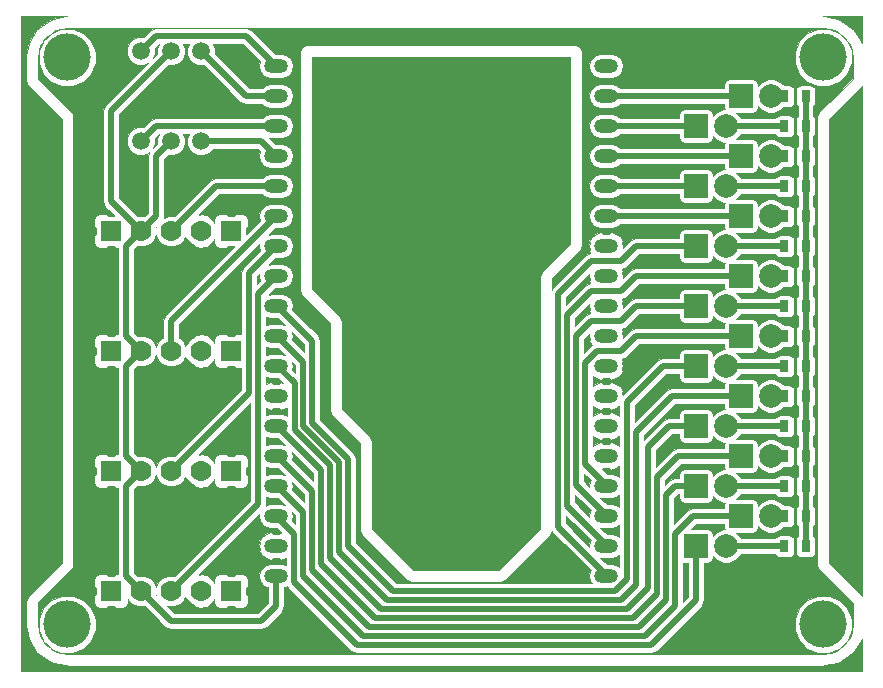
<source format=gbr>
G04 #@! TF.FileFunction,Copper,L2,Bot,Signal*
%FSLAX46Y46*%
G04 Gerber Fmt 4.6, Leading zero omitted, Abs format (unit mm)*
G04 Created by KiCad (PCBNEW 4.0.6) date 04/01/17 10:49:54*
%MOMM*%
%LPD*%
G01*
G04 APERTURE LIST*
%ADD10C,0.100000*%
%ADD11O,2.000000X1.200000*%
%ADD12R,2.000000X2.000000*%
%ADD13C,2.000000*%
%ADD14R,0.800000X1.000000*%
%ADD15C,1.500000*%
%ADD16C,1.770000*%
%ADD17R,1.770000X1.770000*%
%ADD18C,4.000000*%
%ADD19C,0.500000*%
%ADD20C,0.026000*%
G04 APERTURE END LIST*
D10*
D11*
X26670000Y1270000D03*
X26670000Y-1270000D03*
X26670000Y-3810000D03*
X26670000Y-6350000D03*
X26670000Y-8890000D03*
X26670000Y-11430000D03*
X26670000Y-13970000D03*
X26670000Y-16510000D03*
X26670000Y-19050000D03*
X26670000Y-21590000D03*
X26670000Y-24130000D03*
X26670000Y-26670000D03*
X26670000Y-29210000D03*
X26670000Y-31750000D03*
X26670000Y-34290000D03*
X26670000Y-36830000D03*
X26670000Y-39370000D03*
X26670000Y-41910000D03*
X54610000Y-41910000D03*
X54610000Y-39370000D03*
X54610000Y-36830000D03*
X54610000Y-34290000D03*
X54610000Y-31750000D03*
X54610000Y-29210000D03*
X54610000Y-26670000D03*
X54610000Y-24130000D03*
X54610000Y-21590000D03*
X54610000Y-19050000D03*
X54610000Y-16510000D03*
X54610000Y-13970000D03*
X54610000Y-11430000D03*
X54610000Y-8890000D03*
X54610000Y-6350000D03*
X54610000Y-3810000D03*
X54610000Y-1270000D03*
X54610000Y1270000D03*
D12*
X62230000Y-34290000D03*
D13*
X64770000Y-34290000D03*
D12*
X66040000Y-1270000D03*
D13*
X68580000Y-1270000D03*
D12*
X62230000Y-3810000D03*
D13*
X64770000Y-3810000D03*
D12*
X66040000Y-6350000D03*
D13*
X68580000Y-6350000D03*
D12*
X62230000Y-8890000D03*
D13*
X64770000Y-8890000D03*
D12*
X66040000Y-11430000D03*
D13*
X68580000Y-11430000D03*
D12*
X62230000Y-13970000D03*
D13*
X64770000Y-13970000D03*
D12*
X66040000Y-16510000D03*
D13*
X68580000Y-16510000D03*
D14*
X71505000Y-34290000D03*
X69705000Y-34290000D03*
X71505000Y-1270000D03*
X69705000Y-1270000D03*
X71505000Y-3810000D03*
X69705000Y-3810000D03*
X71505000Y-6350000D03*
X69705000Y-6350000D03*
X71505000Y-8890000D03*
X69705000Y-8890000D03*
X71505000Y-11430000D03*
X69705000Y-11430000D03*
X71505000Y-13970000D03*
X69705000Y-13970000D03*
X71505000Y-16510000D03*
X69705000Y-16510000D03*
D15*
X20320000Y2540000D03*
X17780000Y2540000D03*
X15240000Y2540000D03*
X15240000Y-5080000D03*
X17780000Y-5080000D03*
X20320000Y-5080000D03*
D16*
X20320000Y-12700000D03*
X17780000Y-12700000D03*
X15240000Y-12700000D03*
D17*
X12700000Y-12700000D03*
X22860000Y-12700000D03*
D16*
X20320000Y-22860000D03*
X17780000Y-22860000D03*
X15240000Y-22860000D03*
D17*
X12700000Y-22860000D03*
X22860000Y-22860000D03*
D16*
X20320000Y-33020000D03*
X17780000Y-33020000D03*
X15240000Y-33020000D03*
D17*
X12700000Y-33020000D03*
X22860000Y-33020000D03*
D16*
X20320000Y-43180000D03*
X17780000Y-43180000D03*
X15240000Y-43180000D03*
D17*
X12700000Y-43180000D03*
X22860000Y-43180000D03*
D12*
X62230000Y-19050000D03*
D13*
X64770000Y-19050000D03*
D12*
X66040000Y-21590000D03*
D13*
X68580000Y-21590000D03*
D12*
X62230000Y-24130000D03*
D13*
X64770000Y-24130000D03*
D12*
X66040000Y-26670000D03*
D13*
X68580000Y-26670000D03*
D12*
X62230000Y-29210000D03*
D13*
X64770000Y-29210000D03*
D12*
X66040000Y-31750000D03*
D13*
X68580000Y-31750000D03*
D14*
X71505000Y-19050000D03*
X69705000Y-19050000D03*
X71505000Y-21590000D03*
X69705000Y-21590000D03*
X71505000Y-24130000D03*
X69705000Y-24130000D03*
X71505000Y-26670000D03*
X69705000Y-26670000D03*
X71505000Y-29210000D03*
X69705000Y-29210000D03*
X71505000Y-31750000D03*
X69705000Y-31750000D03*
D12*
X66040000Y-36830000D03*
D13*
X68580000Y-36830000D03*
D12*
X62230000Y-39370000D03*
D13*
X64770000Y-39370000D03*
D14*
X71505000Y-36830000D03*
X69705000Y-36830000D03*
X71505000Y-39370000D03*
X69705000Y-39370000D03*
D18*
X9000000Y-46000000D03*
X73000000Y-46000000D03*
X73000000Y2000000D03*
X9000000Y2000000D03*
D19*
X54730000Y-31750000D02*
X54730000Y-31750000D01*
X57404000Y-46228000D02*
X34544000Y-46228000D01*
X29718000Y-41402000D02*
X29718000Y-34678000D01*
X34544000Y-46228000D02*
X29718000Y-41402000D01*
X59690000Y-35052000D02*
X60452000Y-34290000D01*
X59690000Y-35052000D02*
X59690000Y-43942000D01*
X59690000Y-43942000D02*
X57404000Y-46228000D01*
X26790000Y-31750000D02*
X29718000Y-34678000D01*
X60452000Y-34290000D02*
X62230000Y-34290000D01*
X69705000Y-34290000D02*
X64770000Y-34290000D01*
X54610000Y-1270000D02*
X66040000Y-1270000D01*
X69705000Y-1270000D02*
X68580000Y-1270000D01*
X62230000Y-3810000D02*
X54610000Y-3810000D01*
X69705000Y-3810000D02*
X64770000Y-3810000D01*
X54610000Y-6350000D02*
X66040000Y-6350000D01*
X69705000Y-6350000D02*
X68580000Y-6350000D01*
X54610000Y-8890000D02*
X62230000Y-8890000D01*
X69705000Y-8890000D02*
X64770000Y-8890000D01*
X66040000Y-11430000D02*
X54610000Y-11430000D01*
X69705000Y-11430000D02*
X68580000Y-11430000D01*
X62230000Y-13970000D02*
X57150000Y-13970000D01*
X57150000Y-13970000D02*
X55880000Y-15240000D01*
X55880000Y-15240000D02*
X53340000Y-15240000D01*
X53340000Y-15240000D02*
X50546000Y-18034000D01*
X50546000Y-18034000D02*
X50546000Y-37726000D01*
X50546000Y-37726000D02*
X54730000Y-41910000D01*
X69705000Y-13970000D02*
X64770000Y-13970000D01*
X66040000Y-16510000D02*
X57150000Y-16510000D01*
X51308000Y-19812000D02*
X53340000Y-17780000D01*
X53340000Y-17780000D02*
X55880000Y-17780000D01*
X55880000Y-17780000D02*
X57150000Y-16510000D01*
X51308000Y-35948000D02*
X51308000Y-19812000D01*
X51308000Y-35948000D02*
X54730000Y-39370000D01*
X69705000Y-16510000D02*
X68580000Y-16510000D01*
X15240000Y-12700000D02*
X16510000Y-11430000D01*
X16510000Y-6350000D02*
X17780000Y-5080000D01*
X16510000Y-11430000D02*
X16510000Y-6350000D01*
X17780000Y2540000D02*
X12700000Y-2540000D01*
X12700000Y-10160000D02*
X15240000Y-12700000D01*
X12700000Y-2540000D02*
X12700000Y-10160000D01*
X15240000Y-43180000D02*
X17780000Y-45720000D01*
X26670000Y-44450000D02*
X26670000Y-41910000D01*
X25400000Y-45720000D02*
X26670000Y-44450000D01*
X17780000Y-45720000D02*
X25400000Y-45720000D01*
X15240000Y-33020000D02*
X13970000Y-34290000D01*
X13970000Y-41910000D02*
X15240000Y-43180000D01*
X13970000Y-34290000D02*
X13970000Y-41910000D01*
X15240000Y-22860000D02*
X13970000Y-24130000D01*
X13970000Y-31750000D02*
X15240000Y-33020000D01*
X13970000Y-24130000D02*
X13970000Y-31750000D01*
X15240000Y-12700000D02*
X13970000Y-13970000D01*
X13970000Y-21590000D02*
X15240000Y-22860000D01*
X13970000Y-13970000D02*
X13970000Y-21590000D01*
X71505000Y-31750000D02*
X71505000Y-39370000D01*
X71505000Y-29210000D02*
X71505000Y-31750000D01*
X71505000Y-26670000D02*
X71505000Y-29210000D01*
X71505000Y-24130000D02*
X71505000Y-26670000D01*
X71505000Y-21590000D02*
X71505000Y-24130000D01*
X71505000Y-19050000D02*
X71505000Y-21590000D01*
X71505000Y-16510000D02*
X71505000Y-19050000D01*
X71505000Y-13970000D02*
X71505000Y-16510000D01*
X71505000Y-11430000D02*
X71505000Y-13970000D01*
X71505000Y-8890000D02*
X71505000Y-11430000D01*
X71505000Y-6350000D02*
X71505000Y-8890000D01*
X71505000Y-3810000D02*
X71505000Y-6350000D01*
X71505000Y-1270000D02*
X71505000Y-3810000D01*
X15360000Y-22860000D02*
X15240000Y-22860000D01*
X20320000Y-5080000D02*
X25400000Y-5080000D01*
X25400000Y-5080000D02*
X26670000Y-6350000D01*
X15240000Y-5080000D02*
X16510000Y-3810000D01*
X16510000Y-3810000D02*
X26670000Y-3810000D01*
X26670000Y-1270000D02*
X24130000Y-1270000D01*
X24130000Y-1270000D02*
X20320000Y2540000D01*
X15240000Y2540000D02*
X16510000Y3810000D01*
X24130000Y3810000D02*
X26670000Y1270000D01*
X16510000Y3810000D02*
X24130000Y3810000D01*
X17780000Y-43180000D02*
X25146000Y-35814000D01*
X25146000Y-18034000D02*
X26670000Y-16510000D01*
X25146000Y-35814000D02*
X25146000Y-18034000D01*
X26670000Y-13970000D02*
X24384000Y-16256000D01*
X24384000Y-26416000D02*
X17780000Y-33020000D01*
X24384000Y-16256000D02*
X24384000Y-26416000D01*
X26670000Y-11430000D02*
X17780000Y-20320000D01*
X17780000Y-20320000D02*
X17780000Y-22860000D01*
X17780000Y-12700000D02*
X21590000Y-8890000D01*
X21590000Y-8890000D02*
X26670000Y-8890000D01*
X62230000Y-19050000D02*
X57150000Y-19050000D01*
X57150000Y-19050000D02*
X55880000Y-20320000D01*
X55880000Y-20320000D02*
X53340000Y-20320000D01*
X53340000Y-20320000D02*
X52070000Y-21590000D01*
X52070000Y-21590000D02*
X52070000Y-34170000D01*
X52070000Y-34170000D02*
X54730000Y-36830000D01*
X69705000Y-19050000D02*
X64770000Y-19050000D01*
X66040000Y-21590000D02*
X57150000Y-21590000D01*
X52832000Y-23876000D02*
X53848000Y-22860000D01*
X53848000Y-22860000D02*
X55880000Y-22860000D01*
X55880000Y-22860000D02*
X57150000Y-21590000D01*
X52832000Y-32392000D02*
X52832000Y-23876000D01*
X52832000Y-32392000D02*
X54730000Y-34290000D01*
X69705000Y-21590000D02*
X68580000Y-21590000D01*
X29718000Y-21978000D02*
X29718000Y-28956000D01*
X29718000Y-28956000D02*
X32766000Y-32004000D01*
X55372000Y-43180000D02*
X36576000Y-43180000D01*
X32766000Y-39370000D02*
X32766000Y-32004000D01*
X36576000Y-43180000D02*
X32766000Y-39370000D01*
X56388000Y-27178000D02*
X59436000Y-24130000D01*
X56388000Y-27178000D02*
X56388000Y-42164000D01*
X56388000Y-42164000D02*
X55372000Y-43180000D01*
X59436000Y-24130000D02*
X62230000Y-24130000D01*
X26790000Y-19050000D02*
X29718000Y-21978000D01*
X69705000Y-24130000D02*
X64770000Y-24130000D01*
X28956000Y-23756000D02*
X28956000Y-29210000D01*
X28956000Y-29210000D02*
X32004000Y-32258000D01*
X55880000Y-43942000D02*
X36068000Y-43942000D01*
X32004000Y-39878000D02*
X32004000Y-32258000D01*
X36068000Y-43942000D02*
X32004000Y-39878000D01*
X66040000Y-26670000D02*
X60198000Y-26670000D01*
X55880000Y-43942000D02*
X57150000Y-42672000D01*
X57150000Y-42672000D02*
X57150000Y-29718000D01*
X60198000Y-26670000D02*
X57150000Y-29718000D01*
X28956000Y-23756000D02*
X26790000Y-21590000D01*
X69705000Y-26670000D02*
X68580000Y-26670000D01*
X28254000Y-25594000D02*
X28254000Y-29524000D01*
X28254000Y-29524000D02*
X31242000Y-32512000D01*
X56388000Y-44704000D02*
X35560000Y-44704000D01*
X31242000Y-40386000D02*
X31242000Y-32512000D01*
X35560000Y-44704000D02*
X31242000Y-40386000D01*
X58166000Y-30988000D02*
X59944000Y-29210000D01*
X58166000Y-30988000D02*
X58166000Y-42926000D01*
X58166000Y-42926000D02*
X56388000Y-44704000D01*
X59944000Y-29210000D02*
X62230000Y-29210000D01*
X26790000Y-24130000D02*
X28254000Y-25594000D01*
X69705000Y-29210000D02*
X64770000Y-29210000D01*
X56896000Y-45466000D02*
X35052000Y-45466000D01*
X30480000Y-40894000D02*
X30480000Y-32900000D01*
X35052000Y-45466000D02*
X30480000Y-40894000D01*
X58928000Y-33528000D02*
X60706000Y-31750000D01*
X56896000Y-45466000D02*
X58928000Y-43434000D01*
X58928000Y-43434000D02*
X58928000Y-33528000D01*
X26790000Y-29210000D02*
X30480000Y-32900000D01*
X60706000Y-31750000D02*
X66040000Y-31750000D01*
X69705000Y-31750000D02*
X68580000Y-31750000D01*
X57912000Y-46990000D02*
X34036000Y-46990000D01*
X28956000Y-41910000D02*
X28956000Y-36456000D01*
X34036000Y-46990000D02*
X28956000Y-41910000D01*
X60452000Y-38354000D02*
X61976000Y-36830000D01*
X57912000Y-46990000D02*
X60452000Y-44450000D01*
X60452000Y-44450000D02*
X60452000Y-38354000D01*
X26790000Y-34290000D02*
X28956000Y-36456000D01*
X61976000Y-36830000D02*
X66040000Y-36830000D01*
X68580000Y-36830000D02*
X69705000Y-36830000D01*
X26670000Y-36830000D02*
X28194000Y-38354000D01*
X33528000Y-47752000D02*
X58420000Y-47752000D01*
X28194000Y-42418000D02*
X33528000Y-47752000D01*
X28194000Y-38354000D02*
X28194000Y-42418000D01*
X62230000Y-43942000D02*
X62230000Y-39370000D01*
X58420000Y-47752000D02*
X62230000Y-43942000D01*
X64770000Y-39370000D02*
X69705000Y-39370000D01*
D20*
G36*
X8952859Y5478623D02*
X8904796Y5478623D01*
X7756746Y5250262D01*
X7580831Y5177396D01*
X6607562Y4527077D01*
X6472922Y4392438D01*
X6472922Y4392437D01*
X5822606Y3419171D01*
X5822604Y3419169D01*
X5749738Y3243254D01*
X5521377Y2095204D01*
X5521377Y2047141D01*
X5512000Y2000000D01*
X5512000Y0D01*
X5549147Y-186750D01*
X5596087Y-257000D01*
X5654932Y-345068D01*
X8512000Y-3202136D01*
X8512000Y-40797864D01*
X5654932Y-43654932D01*
X5549147Y-43813250D01*
X5512000Y-44000000D01*
X5512000Y-46000000D01*
X5521377Y-46047141D01*
X5521377Y-46095204D01*
X5749738Y-47243254D01*
X5822604Y-47419169D01*
X5822606Y-47419171D01*
X6472920Y-48392434D01*
X6472922Y-48392438D01*
X6607562Y-48527077D01*
X7580831Y-49177396D01*
X7756746Y-49250262D01*
X8904796Y-49478623D01*
X8952859Y-49478623D01*
X9000000Y-49488000D01*
X73000000Y-49488000D01*
X73047141Y-49478623D01*
X73095204Y-49478623D01*
X74243254Y-49250262D01*
X74419169Y-49177396D01*
X74419171Y-49177394D01*
X75392434Y-48527080D01*
X75392438Y-48527078D01*
X75527077Y-48392438D01*
X76177396Y-47419169D01*
X76247000Y-47251129D01*
X76247000Y-49987000D01*
X5093000Y-49987000D01*
X5093000Y5487000D01*
X8994973Y5487000D01*
X8952859Y5478623D01*
X8952859Y5478623D01*
G37*
X8952859Y5478623D02*
X8904796Y5478623D01*
X7756746Y5250262D01*
X7580831Y5177396D01*
X6607562Y4527077D01*
X6472922Y4392438D01*
X6472922Y4392437D01*
X5822606Y3419171D01*
X5822604Y3419169D01*
X5749738Y3243254D01*
X5521377Y2095204D01*
X5521377Y2047141D01*
X5512000Y2000000D01*
X5512000Y0D01*
X5549147Y-186750D01*
X5596087Y-257000D01*
X5654932Y-345068D01*
X8512000Y-3202136D01*
X8512000Y-40797864D01*
X5654932Y-43654932D01*
X5549147Y-43813250D01*
X5512000Y-44000000D01*
X5512000Y-46000000D01*
X5521377Y-46047141D01*
X5521377Y-46095204D01*
X5749738Y-47243254D01*
X5822604Y-47419169D01*
X5822606Y-47419171D01*
X6472920Y-48392434D01*
X6472922Y-48392438D01*
X6607562Y-48527077D01*
X7580831Y-49177396D01*
X7756746Y-49250262D01*
X8904796Y-49478623D01*
X8952859Y-49478623D01*
X9000000Y-49488000D01*
X73000000Y-49488000D01*
X73047141Y-49478623D01*
X73095204Y-49478623D01*
X74243254Y-49250262D01*
X74419169Y-49177396D01*
X74419171Y-49177394D01*
X75392434Y-48527080D01*
X75392438Y-48527078D01*
X75527077Y-48392438D01*
X76177396Y-47419169D01*
X76247000Y-47251129D01*
X76247000Y-49987000D01*
X5093000Y-49987000D01*
X5093000Y5487000D01*
X8994973Y5487000D01*
X8952859Y5478623D01*
G36*
X73451623Y4412607D02*
X72522130Y4413417D01*
X71634931Y4046834D01*
X70955551Y3368639D01*
X70587420Y2482081D01*
X70586583Y1522130D01*
X70953166Y634931D01*
X71631361Y-44449D01*
X72517919Y-412580D01*
X73477870Y-413417D01*
X74365069Y-46834D01*
X75044449Y631361D01*
X75412580Y1517919D01*
X75413391Y2447681D01*
X75512000Y1951937D01*
X75512000Y202136D01*
X72654932Y-2654932D01*
X72549147Y-2813250D01*
X72512000Y-3000000D01*
X72512000Y-41000000D01*
X72549147Y-41186750D01*
X72553792Y-41193701D01*
X72654932Y-41345068D01*
X75512000Y-44202136D01*
X75512000Y-45951937D01*
X75412607Y-46451623D01*
X75413417Y-45522130D01*
X75046834Y-44634931D01*
X74368639Y-43955551D01*
X73482081Y-43587420D01*
X72522130Y-43586583D01*
X71634931Y-43953166D01*
X70955551Y-44631361D01*
X70587420Y-45517919D01*
X70586583Y-46477870D01*
X70953166Y-47365069D01*
X71631361Y-48044449D01*
X72517919Y-48412580D01*
X73447681Y-48413391D01*
X72951937Y-48512000D01*
X9048063Y-48512000D01*
X8548377Y-48412607D01*
X9477870Y-48413417D01*
X10365069Y-48046834D01*
X11044449Y-47368639D01*
X11412580Y-46482081D01*
X11413417Y-45522130D01*
X11046834Y-44634931D01*
X10368639Y-43955551D01*
X9482081Y-43587420D01*
X8522130Y-43586583D01*
X7634931Y-43953166D01*
X6955551Y-44631361D01*
X6587420Y-45517919D01*
X6586609Y-46447681D01*
X6488000Y-45951937D01*
X6488000Y-44202136D01*
X9345068Y-41345068D01*
X9450854Y-41186749D01*
X9488000Y-41000000D01*
X9488000Y-11711366D01*
X11294000Y-11711366D01*
X11294000Y-12328750D01*
X11393909Y-12428659D01*
X11393909Y-12971341D01*
X11294000Y-13071250D01*
X11294000Y-13688634D01*
X11373318Y-13880123D01*
X11519878Y-14026683D01*
X11711367Y-14106000D01*
X12328750Y-14106000D01*
X12428659Y-14006091D01*
X12971341Y-14006091D01*
X13071250Y-14106000D01*
X13307000Y-14106000D01*
X13307000Y-21454000D01*
X13071250Y-21454000D01*
X12971341Y-21553909D01*
X12428659Y-21553909D01*
X12328750Y-21454000D01*
X11711367Y-21454000D01*
X11519878Y-21533317D01*
X11373318Y-21679877D01*
X11294000Y-21871366D01*
X11294000Y-22488750D01*
X11393909Y-22588659D01*
X11393909Y-23131341D01*
X11294000Y-23231250D01*
X11294000Y-23848634D01*
X11373318Y-24040123D01*
X11519878Y-24186683D01*
X11711367Y-24266000D01*
X12328750Y-24266000D01*
X12428659Y-24166091D01*
X12971341Y-24166091D01*
X13071250Y-24266000D01*
X13307000Y-24266000D01*
X13307000Y-31614000D01*
X13071250Y-31614000D01*
X12971341Y-31713909D01*
X12428659Y-31713909D01*
X12328750Y-31614000D01*
X11711367Y-31614000D01*
X11519878Y-31693317D01*
X11373318Y-31839877D01*
X11294000Y-32031366D01*
X11294000Y-32648750D01*
X11393909Y-32748659D01*
X11393909Y-33291341D01*
X11294000Y-33391250D01*
X11294000Y-34008634D01*
X11373318Y-34200123D01*
X11519878Y-34346683D01*
X11711367Y-34426000D01*
X12328750Y-34426000D01*
X12428659Y-34326091D01*
X12971341Y-34326091D01*
X13071250Y-34426000D01*
X13307000Y-34426000D01*
X13307000Y-41774000D01*
X13071250Y-41774000D01*
X12971341Y-41873909D01*
X12428659Y-41873909D01*
X12328750Y-41774000D01*
X11711367Y-41774000D01*
X11519878Y-41853317D01*
X11373318Y-41999877D01*
X11294000Y-42191366D01*
X11294000Y-42808750D01*
X11393909Y-42908659D01*
X11393909Y-43451341D01*
X11294000Y-43551250D01*
X11294000Y-44168634D01*
X11373318Y-44360123D01*
X11519878Y-44506683D01*
X11711367Y-44586000D01*
X12328750Y-44586000D01*
X12428659Y-44486091D01*
X12971341Y-44486091D01*
X13071250Y-44586000D01*
X13688633Y-44586000D01*
X13880122Y-44506683D01*
X14026682Y-44360123D01*
X14106000Y-44168634D01*
X14106000Y-43834509D01*
X14138968Y-43914297D01*
X14503782Y-44279749D01*
X14980679Y-44477774D01*
X15497055Y-44478225D01*
X15570326Y-44447950D01*
X17311186Y-46188809D01*
X17311188Y-46188812D01*
X17526281Y-46332532D01*
X17780000Y-46383000D01*
X25400000Y-46383000D01*
X25653719Y-46332532D01*
X25868812Y-46188812D01*
X27138812Y-44918812D01*
X27282532Y-44703719D01*
X27333000Y-44450000D01*
X27333000Y-42876192D01*
X27485340Y-42845890D01*
X27632254Y-42747725D01*
X27725188Y-42886812D01*
X33059188Y-48220812D01*
X33274281Y-48364532D01*
X33528000Y-48415000D01*
X58420000Y-48415000D01*
X58673719Y-48364532D01*
X58888812Y-48220812D01*
X62698812Y-44410812D01*
X62842532Y-44195719D01*
X62893001Y-43942000D01*
X62893000Y-43941995D01*
X62893000Y-40791091D01*
X63230000Y-40791091D01*
X63383049Y-40762293D01*
X63523614Y-40671841D01*
X63617915Y-40533828D01*
X63651091Y-40370000D01*
X63651091Y-40249165D01*
X63968555Y-40567184D01*
X64487704Y-40782754D01*
X65049830Y-40783244D01*
X65569354Y-40568581D01*
X65967184Y-40171445D01*
X66024672Y-40033000D01*
X68919110Y-40033000D01*
X69003159Y-40163614D01*
X69141172Y-40257915D01*
X69305000Y-40291091D01*
X70105000Y-40291091D01*
X70258049Y-40262293D01*
X70398614Y-40171841D01*
X70492915Y-40033828D01*
X70526091Y-39870000D01*
X70526091Y-38870000D01*
X70497293Y-38716951D01*
X70406841Y-38576386D01*
X70268828Y-38482085D01*
X70105000Y-38448909D01*
X69305000Y-38448909D01*
X69151951Y-38477707D01*
X69011386Y-38568159D01*
X68917085Y-38706172D01*
X68916917Y-38707000D01*
X66024921Y-38707000D01*
X65968581Y-38570646D01*
X65649583Y-38251091D01*
X67040000Y-38251091D01*
X67193049Y-38222293D01*
X67333614Y-38131841D01*
X67427915Y-37993828D01*
X67461091Y-37830000D01*
X67461091Y-37709165D01*
X67778555Y-38027184D01*
X68297704Y-38242754D01*
X68859830Y-38243244D01*
X69379354Y-38028581D01*
X69657329Y-37751091D01*
X70105000Y-37751091D01*
X70258049Y-37722293D01*
X70398614Y-37631841D01*
X70492915Y-37493828D01*
X70526091Y-37330000D01*
X70526091Y-36330000D01*
X70497293Y-36176951D01*
X70406841Y-36036386D01*
X70268828Y-35942085D01*
X70105000Y-35908909D01*
X69657056Y-35908909D01*
X69381445Y-35632816D01*
X68862296Y-35417246D01*
X68300170Y-35416756D01*
X67780646Y-35631419D01*
X67461091Y-35950417D01*
X67461091Y-35830000D01*
X67432293Y-35676951D01*
X67341841Y-35536386D01*
X67203828Y-35442085D01*
X67040000Y-35408909D01*
X65649165Y-35408909D01*
X65967184Y-35091445D01*
X66024672Y-34953000D01*
X68919110Y-34953000D01*
X69003159Y-35083614D01*
X69141172Y-35177915D01*
X69305000Y-35211091D01*
X70105000Y-35211091D01*
X70258049Y-35182293D01*
X70398614Y-35091841D01*
X70492915Y-34953828D01*
X70526091Y-34790000D01*
X70526091Y-33790000D01*
X70497293Y-33636951D01*
X70406841Y-33496386D01*
X70268828Y-33402085D01*
X70105000Y-33368909D01*
X69305000Y-33368909D01*
X69151951Y-33397707D01*
X69011386Y-33488159D01*
X68917085Y-33626172D01*
X68916917Y-33627000D01*
X66024921Y-33627000D01*
X65968581Y-33490646D01*
X65649583Y-33171091D01*
X67040000Y-33171091D01*
X67193049Y-33142293D01*
X67333614Y-33051841D01*
X67427915Y-32913828D01*
X67461091Y-32750000D01*
X67461091Y-32629165D01*
X67778555Y-32947184D01*
X68297704Y-33162754D01*
X68859830Y-33163244D01*
X69379354Y-32948581D01*
X69657329Y-32671091D01*
X70105000Y-32671091D01*
X70258049Y-32642293D01*
X70398614Y-32551841D01*
X70492915Y-32413828D01*
X70526091Y-32250000D01*
X70526091Y-31250000D01*
X70497293Y-31096951D01*
X70406841Y-30956386D01*
X70268828Y-30862085D01*
X70105000Y-30828909D01*
X69657056Y-30828909D01*
X69381445Y-30552816D01*
X68862296Y-30337246D01*
X68300170Y-30336756D01*
X67780646Y-30551419D01*
X67461091Y-30870417D01*
X67461091Y-30750000D01*
X67432293Y-30596951D01*
X67341841Y-30456386D01*
X67203828Y-30362085D01*
X67040000Y-30328909D01*
X65649165Y-30328909D01*
X65967184Y-30011445D01*
X66024672Y-29873000D01*
X68919110Y-29873000D01*
X69003159Y-30003614D01*
X69141172Y-30097915D01*
X69305000Y-30131091D01*
X70105000Y-30131091D01*
X70258049Y-30102293D01*
X70398614Y-30011841D01*
X70492915Y-29873828D01*
X70526091Y-29710000D01*
X70526091Y-28710000D01*
X70497293Y-28556951D01*
X70406841Y-28416386D01*
X70268828Y-28322085D01*
X70105000Y-28288909D01*
X69305000Y-28288909D01*
X69151951Y-28317707D01*
X69011386Y-28408159D01*
X68917085Y-28546172D01*
X68916917Y-28547000D01*
X66024921Y-28547000D01*
X65968581Y-28410646D01*
X65649583Y-28091091D01*
X67040000Y-28091091D01*
X67193049Y-28062293D01*
X67333614Y-27971841D01*
X67427915Y-27833828D01*
X67461091Y-27670000D01*
X67461091Y-27549165D01*
X67778555Y-27867184D01*
X68297704Y-28082754D01*
X68859830Y-28083244D01*
X69379354Y-27868581D01*
X69657329Y-27591091D01*
X70105000Y-27591091D01*
X70258049Y-27562293D01*
X70398614Y-27471841D01*
X70492915Y-27333828D01*
X70526091Y-27170000D01*
X70526091Y-26170000D01*
X70497293Y-26016951D01*
X70406841Y-25876386D01*
X70268828Y-25782085D01*
X70105000Y-25748909D01*
X69657056Y-25748909D01*
X69381445Y-25472816D01*
X68862296Y-25257246D01*
X68300170Y-25256756D01*
X67780646Y-25471419D01*
X67461091Y-25790417D01*
X67461091Y-25670000D01*
X67432293Y-25516951D01*
X67341841Y-25376386D01*
X67203828Y-25282085D01*
X67040000Y-25248909D01*
X65649165Y-25248909D01*
X65967184Y-24931445D01*
X66024672Y-24793000D01*
X68919110Y-24793000D01*
X69003159Y-24923614D01*
X69141172Y-25017915D01*
X69305000Y-25051091D01*
X70105000Y-25051091D01*
X70258049Y-25022293D01*
X70398614Y-24931841D01*
X70492915Y-24793828D01*
X70526091Y-24630000D01*
X70526091Y-23630000D01*
X70497293Y-23476951D01*
X70406841Y-23336386D01*
X70268828Y-23242085D01*
X70105000Y-23208909D01*
X69305000Y-23208909D01*
X69151951Y-23237707D01*
X69011386Y-23328159D01*
X68917085Y-23466172D01*
X68916917Y-23467000D01*
X66024921Y-23467000D01*
X65968581Y-23330646D01*
X65649583Y-23011091D01*
X67040000Y-23011091D01*
X67193049Y-22982293D01*
X67333614Y-22891841D01*
X67427915Y-22753828D01*
X67461091Y-22590000D01*
X67461091Y-22469165D01*
X67778555Y-22787184D01*
X68297704Y-23002754D01*
X68859830Y-23003244D01*
X69379354Y-22788581D01*
X69657329Y-22511091D01*
X70105000Y-22511091D01*
X70258049Y-22482293D01*
X70398614Y-22391841D01*
X70492915Y-22253828D01*
X70526091Y-22090000D01*
X70526091Y-21090000D01*
X70497293Y-20936951D01*
X70406841Y-20796386D01*
X70268828Y-20702085D01*
X70105000Y-20668909D01*
X69657056Y-20668909D01*
X69381445Y-20392816D01*
X68862296Y-20177246D01*
X68300170Y-20176756D01*
X67780646Y-20391419D01*
X67461091Y-20710417D01*
X67461091Y-20590000D01*
X67432293Y-20436951D01*
X67341841Y-20296386D01*
X67203828Y-20202085D01*
X67040000Y-20168909D01*
X65649165Y-20168909D01*
X65967184Y-19851445D01*
X66024672Y-19713000D01*
X68919110Y-19713000D01*
X69003159Y-19843614D01*
X69141172Y-19937915D01*
X69305000Y-19971091D01*
X70105000Y-19971091D01*
X70258049Y-19942293D01*
X70398614Y-19851841D01*
X70492915Y-19713828D01*
X70526091Y-19550000D01*
X70526091Y-18550000D01*
X70497293Y-18396951D01*
X70406841Y-18256386D01*
X70268828Y-18162085D01*
X70105000Y-18128909D01*
X69305000Y-18128909D01*
X69151951Y-18157707D01*
X69011386Y-18248159D01*
X68917085Y-18386172D01*
X68916917Y-18387000D01*
X66024921Y-18387000D01*
X65968581Y-18250646D01*
X65649583Y-17931091D01*
X67040000Y-17931091D01*
X67193049Y-17902293D01*
X67333614Y-17811841D01*
X67427915Y-17673828D01*
X67461091Y-17510000D01*
X67461091Y-17389165D01*
X67778555Y-17707184D01*
X68297704Y-17922754D01*
X68859830Y-17923244D01*
X69379354Y-17708581D01*
X69657329Y-17431091D01*
X70105000Y-17431091D01*
X70258049Y-17402293D01*
X70398614Y-17311841D01*
X70492915Y-17173828D01*
X70526091Y-17010000D01*
X70526091Y-16010000D01*
X70497293Y-15856951D01*
X70406841Y-15716386D01*
X70268828Y-15622085D01*
X70105000Y-15588909D01*
X69657056Y-15588909D01*
X69381445Y-15312816D01*
X68862296Y-15097246D01*
X68300170Y-15096756D01*
X67780646Y-15311419D01*
X67461091Y-15630417D01*
X67461091Y-15510000D01*
X67432293Y-15356951D01*
X67341841Y-15216386D01*
X67203828Y-15122085D01*
X67040000Y-15088909D01*
X65649165Y-15088909D01*
X65967184Y-14771445D01*
X66024672Y-14633000D01*
X68919110Y-14633000D01*
X69003159Y-14763614D01*
X69141172Y-14857915D01*
X69305000Y-14891091D01*
X70105000Y-14891091D01*
X70258049Y-14862293D01*
X70398614Y-14771841D01*
X70492915Y-14633828D01*
X70526091Y-14470000D01*
X70526091Y-13470000D01*
X70497293Y-13316951D01*
X70406841Y-13176386D01*
X70268828Y-13082085D01*
X70105000Y-13048909D01*
X69305000Y-13048909D01*
X69151951Y-13077707D01*
X69011386Y-13168159D01*
X68917085Y-13306172D01*
X68916917Y-13307000D01*
X66024921Y-13307000D01*
X65968581Y-13170646D01*
X65649583Y-12851091D01*
X67040000Y-12851091D01*
X67193049Y-12822293D01*
X67333614Y-12731841D01*
X67427915Y-12593828D01*
X67461091Y-12430000D01*
X67461091Y-12309165D01*
X67778555Y-12627184D01*
X68297704Y-12842754D01*
X68859830Y-12843244D01*
X69379354Y-12628581D01*
X69657329Y-12351091D01*
X70105000Y-12351091D01*
X70258049Y-12322293D01*
X70398614Y-12231841D01*
X70492915Y-12093828D01*
X70526091Y-11930000D01*
X70526091Y-10930000D01*
X70497293Y-10776951D01*
X70406841Y-10636386D01*
X70268828Y-10542085D01*
X70105000Y-10508909D01*
X69657056Y-10508909D01*
X69381445Y-10232816D01*
X68862296Y-10017246D01*
X68300170Y-10016756D01*
X67780646Y-10231419D01*
X67461091Y-10550417D01*
X67461091Y-10430000D01*
X67432293Y-10276951D01*
X67341841Y-10136386D01*
X67203828Y-10042085D01*
X67040000Y-10008909D01*
X65649165Y-10008909D01*
X65967184Y-9691445D01*
X66024672Y-9553000D01*
X68919110Y-9553000D01*
X69003159Y-9683614D01*
X69141172Y-9777915D01*
X69305000Y-9811091D01*
X70105000Y-9811091D01*
X70258049Y-9782293D01*
X70398614Y-9691841D01*
X70492915Y-9553828D01*
X70526091Y-9390000D01*
X70526091Y-8390000D01*
X70497293Y-8236951D01*
X70406841Y-8096386D01*
X70268828Y-8002085D01*
X70105000Y-7968909D01*
X69305000Y-7968909D01*
X69151951Y-7997707D01*
X69011386Y-8088159D01*
X68917085Y-8226172D01*
X68916917Y-8227000D01*
X66024921Y-8227000D01*
X65968581Y-8090646D01*
X65649583Y-7771091D01*
X67040000Y-7771091D01*
X67193049Y-7742293D01*
X67333614Y-7651841D01*
X67427915Y-7513828D01*
X67461091Y-7350000D01*
X67461091Y-7229165D01*
X67778555Y-7547184D01*
X68297704Y-7762754D01*
X68859830Y-7763244D01*
X69379354Y-7548581D01*
X69657329Y-7271091D01*
X70105000Y-7271091D01*
X70258049Y-7242293D01*
X70398614Y-7151841D01*
X70492915Y-7013828D01*
X70526091Y-6850000D01*
X70526091Y-5850000D01*
X70497293Y-5696951D01*
X70406841Y-5556386D01*
X70268828Y-5462085D01*
X70105000Y-5428909D01*
X69657056Y-5428909D01*
X69381445Y-5152816D01*
X68862296Y-4937246D01*
X68300170Y-4936756D01*
X67780646Y-5151419D01*
X67461091Y-5470417D01*
X67461091Y-5350000D01*
X67432293Y-5196951D01*
X67341841Y-5056386D01*
X67203828Y-4962085D01*
X67040000Y-4928909D01*
X65649165Y-4928909D01*
X65967184Y-4611445D01*
X66024672Y-4473000D01*
X68919110Y-4473000D01*
X69003159Y-4603614D01*
X69141172Y-4697915D01*
X69305000Y-4731091D01*
X70105000Y-4731091D01*
X70258049Y-4702293D01*
X70398614Y-4611841D01*
X70492915Y-4473828D01*
X70526091Y-4310000D01*
X70526091Y-3310000D01*
X70497293Y-3156951D01*
X70406841Y-3016386D01*
X70268828Y-2922085D01*
X70105000Y-2888909D01*
X69305000Y-2888909D01*
X69151951Y-2917707D01*
X69011386Y-3008159D01*
X68917085Y-3146172D01*
X68916917Y-3147000D01*
X66024921Y-3147000D01*
X65968581Y-3010646D01*
X65649583Y-2691091D01*
X67040000Y-2691091D01*
X67193049Y-2662293D01*
X67333614Y-2571841D01*
X67427915Y-2433828D01*
X67461091Y-2270000D01*
X67461091Y-2149165D01*
X67778555Y-2467184D01*
X68297704Y-2682754D01*
X68859830Y-2683244D01*
X69379354Y-2468581D01*
X69657329Y-2191091D01*
X70105000Y-2191091D01*
X70258049Y-2162293D01*
X70398614Y-2071841D01*
X70492915Y-1933828D01*
X70526091Y-1770000D01*
X70526091Y-770000D01*
X70683909Y-770000D01*
X70683909Y-1770000D01*
X70712707Y-1923049D01*
X70803159Y-2063614D01*
X70842000Y-2090153D01*
X70842000Y-2988459D01*
X70811386Y-3008159D01*
X70717085Y-3146172D01*
X70683909Y-3310000D01*
X70683909Y-4310000D01*
X70712707Y-4463049D01*
X70803159Y-4603614D01*
X70842000Y-4630153D01*
X70842000Y-5528459D01*
X70811386Y-5548159D01*
X70717085Y-5686172D01*
X70683909Y-5850000D01*
X70683909Y-6850000D01*
X70712707Y-7003049D01*
X70803159Y-7143614D01*
X70842000Y-7170153D01*
X70842000Y-8068459D01*
X70811386Y-8088159D01*
X70717085Y-8226172D01*
X70683909Y-8390000D01*
X70683909Y-9390000D01*
X70712707Y-9543049D01*
X70803159Y-9683614D01*
X70842000Y-9710153D01*
X70842000Y-10608459D01*
X70811386Y-10628159D01*
X70717085Y-10766172D01*
X70683909Y-10930000D01*
X70683909Y-11930000D01*
X70712707Y-12083049D01*
X70803159Y-12223614D01*
X70842000Y-12250153D01*
X70842000Y-13148459D01*
X70811386Y-13168159D01*
X70717085Y-13306172D01*
X70683909Y-13470000D01*
X70683909Y-14470000D01*
X70712707Y-14623049D01*
X70803159Y-14763614D01*
X70842000Y-14790153D01*
X70842000Y-15688459D01*
X70811386Y-15708159D01*
X70717085Y-15846172D01*
X70683909Y-16010000D01*
X70683909Y-17010000D01*
X70712707Y-17163049D01*
X70803159Y-17303614D01*
X70842000Y-17330153D01*
X70842000Y-18228459D01*
X70811386Y-18248159D01*
X70717085Y-18386172D01*
X70683909Y-18550000D01*
X70683909Y-19550000D01*
X70712707Y-19703049D01*
X70803159Y-19843614D01*
X70842000Y-19870153D01*
X70842000Y-20768459D01*
X70811386Y-20788159D01*
X70717085Y-20926172D01*
X70683909Y-21090000D01*
X70683909Y-22090000D01*
X70712707Y-22243049D01*
X70803159Y-22383614D01*
X70842000Y-22410153D01*
X70842000Y-23308459D01*
X70811386Y-23328159D01*
X70717085Y-23466172D01*
X70683909Y-23630000D01*
X70683909Y-24630000D01*
X70712707Y-24783049D01*
X70803159Y-24923614D01*
X70842000Y-24950153D01*
X70842000Y-25848459D01*
X70811386Y-25868159D01*
X70717085Y-26006172D01*
X70683909Y-26170000D01*
X70683909Y-27170000D01*
X70712707Y-27323049D01*
X70803159Y-27463614D01*
X70842000Y-27490153D01*
X70842000Y-28388459D01*
X70811386Y-28408159D01*
X70717085Y-28546172D01*
X70683909Y-28710000D01*
X70683909Y-29710000D01*
X70712707Y-29863049D01*
X70803159Y-30003614D01*
X70842000Y-30030153D01*
X70842000Y-30928459D01*
X70811386Y-30948159D01*
X70717085Y-31086172D01*
X70683909Y-31250000D01*
X70683909Y-32250000D01*
X70712707Y-32403049D01*
X70803159Y-32543614D01*
X70842000Y-32570153D01*
X70842000Y-33468459D01*
X70811386Y-33488159D01*
X70717085Y-33626172D01*
X70683909Y-33790000D01*
X70683909Y-34790000D01*
X70712707Y-34943049D01*
X70803159Y-35083614D01*
X70842000Y-35110153D01*
X70842000Y-36008459D01*
X70811386Y-36028159D01*
X70717085Y-36166172D01*
X70683909Y-36330000D01*
X70683909Y-37330000D01*
X70712707Y-37483049D01*
X70803159Y-37623614D01*
X70842000Y-37650153D01*
X70842000Y-38548459D01*
X70811386Y-38568159D01*
X70717085Y-38706172D01*
X70683909Y-38870000D01*
X70683909Y-39870000D01*
X70712707Y-40023049D01*
X70803159Y-40163614D01*
X70941172Y-40257915D01*
X71105000Y-40291091D01*
X71905000Y-40291091D01*
X72058049Y-40262293D01*
X72198614Y-40171841D01*
X72292915Y-40033828D01*
X72326091Y-39870000D01*
X72326091Y-38870000D01*
X72297293Y-38716951D01*
X72206841Y-38576386D01*
X72168000Y-38549847D01*
X72168000Y-37651541D01*
X72198614Y-37631841D01*
X72292915Y-37493828D01*
X72326091Y-37330000D01*
X72326091Y-36330000D01*
X72297293Y-36176951D01*
X72206841Y-36036386D01*
X72168000Y-36009847D01*
X72168000Y-35111541D01*
X72198614Y-35091841D01*
X72292915Y-34953828D01*
X72326091Y-34790000D01*
X72326091Y-33790000D01*
X72297293Y-33636951D01*
X72206841Y-33496386D01*
X72168000Y-33469847D01*
X72168000Y-32571541D01*
X72198614Y-32551841D01*
X72292915Y-32413828D01*
X72326091Y-32250000D01*
X72326091Y-31250000D01*
X72297293Y-31096951D01*
X72206841Y-30956386D01*
X72168000Y-30929847D01*
X72168000Y-30031541D01*
X72198614Y-30011841D01*
X72292915Y-29873828D01*
X72326091Y-29710000D01*
X72326091Y-28710000D01*
X72297293Y-28556951D01*
X72206841Y-28416386D01*
X72168000Y-28389847D01*
X72168000Y-27491541D01*
X72198614Y-27471841D01*
X72292915Y-27333828D01*
X72326091Y-27170000D01*
X72326091Y-26170000D01*
X72297293Y-26016951D01*
X72206841Y-25876386D01*
X72168000Y-25849847D01*
X72168000Y-24951541D01*
X72198614Y-24931841D01*
X72292915Y-24793828D01*
X72326091Y-24630000D01*
X72326091Y-23630000D01*
X72297293Y-23476951D01*
X72206841Y-23336386D01*
X72168000Y-23309847D01*
X72168000Y-22411541D01*
X72198614Y-22391841D01*
X72292915Y-22253828D01*
X72326091Y-22090000D01*
X72326091Y-21090000D01*
X72297293Y-20936951D01*
X72206841Y-20796386D01*
X72168000Y-20769847D01*
X72168000Y-19871541D01*
X72198614Y-19851841D01*
X72292915Y-19713828D01*
X72326091Y-19550000D01*
X72326091Y-18550000D01*
X72297293Y-18396951D01*
X72206841Y-18256386D01*
X72168000Y-18229847D01*
X72168000Y-17331541D01*
X72198614Y-17311841D01*
X72292915Y-17173828D01*
X72326091Y-17010000D01*
X72326091Y-16010000D01*
X72297293Y-15856951D01*
X72206841Y-15716386D01*
X72168000Y-15689847D01*
X72168000Y-14791541D01*
X72198614Y-14771841D01*
X72292915Y-14633828D01*
X72326091Y-14470000D01*
X72326091Y-13470000D01*
X72297293Y-13316951D01*
X72206841Y-13176386D01*
X72168000Y-13149847D01*
X72168000Y-12251541D01*
X72198614Y-12231841D01*
X72292915Y-12093828D01*
X72326091Y-11930000D01*
X72326091Y-10930000D01*
X72297293Y-10776951D01*
X72206841Y-10636386D01*
X72168000Y-10609847D01*
X72168000Y-9711541D01*
X72198614Y-9691841D01*
X72292915Y-9553828D01*
X72326091Y-9390000D01*
X72326091Y-8390000D01*
X72297293Y-8236951D01*
X72206841Y-8096386D01*
X72168000Y-8069847D01*
X72168000Y-7171541D01*
X72198614Y-7151841D01*
X72292915Y-7013828D01*
X72326091Y-6850000D01*
X72326091Y-5850000D01*
X72297293Y-5696951D01*
X72206841Y-5556386D01*
X72168000Y-5529847D01*
X72168000Y-4631541D01*
X72198614Y-4611841D01*
X72292915Y-4473828D01*
X72326091Y-4310000D01*
X72326091Y-3310000D01*
X72297293Y-3156951D01*
X72206841Y-3016386D01*
X72168000Y-2989847D01*
X72168000Y-2091541D01*
X72198614Y-2071841D01*
X72292915Y-1933828D01*
X72326091Y-1770000D01*
X72326091Y-770000D01*
X72297293Y-616951D01*
X72206841Y-476386D01*
X72068828Y-382085D01*
X71905000Y-348909D01*
X71105000Y-348909D01*
X70951951Y-377707D01*
X70811386Y-468159D01*
X70717085Y-606172D01*
X70683909Y-770000D01*
X70526091Y-770000D01*
X70497293Y-616951D01*
X70406841Y-476386D01*
X70268828Y-382085D01*
X70105000Y-348909D01*
X69657056Y-348909D01*
X69381445Y-72816D01*
X68862296Y142754D01*
X68300170Y143244D01*
X67780646Y-71419D01*
X67461091Y-390417D01*
X67461091Y-270000D01*
X67432293Y-116951D01*
X67341841Y23614D01*
X67203828Y117915D01*
X67040000Y151091D01*
X65040000Y151091D01*
X64886951Y122293D01*
X64746386Y31841D01*
X64652085Y-106172D01*
X64618909Y-270000D01*
X64618909Y-607000D01*
X55789594Y-607000D01*
X55753981Y-553701D01*
X55425340Y-334110D01*
X55037682Y-257000D01*
X54182318Y-257000D01*
X53794660Y-334110D01*
X53466019Y-553701D01*
X53246428Y-882342D01*
X53169318Y-1270000D01*
X53246428Y-1657658D01*
X53466019Y-1986299D01*
X53794660Y-2205890D01*
X54182318Y-2283000D01*
X55037682Y-2283000D01*
X55425340Y-2205890D01*
X55753981Y-1986299D01*
X55789594Y-1933000D01*
X64618909Y-1933000D01*
X64618909Y-2270000D01*
X64642785Y-2396889D01*
X64490170Y-2396756D01*
X63970646Y-2611419D01*
X63651091Y-2930417D01*
X63651091Y-2810000D01*
X63622293Y-2656951D01*
X63531841Y-2516386D01*
X63393828Y-2422085D01*
X63230000Y-2388909D01*
X61230000Y-2388909D01*
X61076951Y-2417707D01*
X60936386Y-2508159D01*
X60842085Y-2646172D01*
X60808909Y-2810000D01*
X60808909Y-3147000D01*
X55789594Y-3147000D01*
X55753981Y-3093701D01*
X55425340Y-2874110D01*
X55037682Y-2797000D01*
X54182318Y-2797000D01*
X53794660Y-2874110D01*
X53466019Y-3093701D01*
X53246428Y-3422342D01*
X53169318Y-3810000D01*
X53246428Y-4197658D01*
X53466019Y-4526299D01*
X53794660Y-4745890D01*
X54182318Y-4823000D01*
X55037682Y-4823000D01*
X55425340Y-4745890D01*
X55753981Y-4526299D01*
X55789594Y-4473000D01*
X60808909Y-4473000D01*
X60808909Y-4810000D01*
X60837707Y-4963049D01*
X60928159Y-5103614D01*
X61066172Y-5197915D01*
X61230000Y-5231091D01*
X63230000Y-5231091D01*
X63383049Y-5202293D01*
X63523614Y-5111841D01*
X63617915Y-4973828D01*
X63651091Y-4810000D01*
X63651091Y-4689165D01*
X63968555Y-5007184D01*
X64487704Y-5222754D01*
X64644649Y-5222891D01*
X64618909Y-5350000D01*
X64618909Y-5687000D01*
X55789594Y-5687000D01*
X55753981Y-5633701D01*
X55425340Y-5414110D01*
X55037682Y-5337000D01*
X54182318Y-5337000D01*
X53794660Y-5414110D01*
X53466019Y-5633701D01*
X53246428Y-5962342D01*
X53169318Y-6350000D01*
X53246428Y-6737658D01*
X53466019Y-7066299D01*
X53794660Y-7285890D01*
X54182318Y-7363000D01*
X55037682Y-7363000D01*
X55425340Y-7285890D01*
X55753981Y-7066299D01*
X55789594Y-7013000D01*
X64618909Y-7013000D01*
X64618909Y-7350000D01*
X64642785Y-7476889D01*
X64490170Y-7476756D01*
X63970646Y-7691419D01*
X63651091Y-8010417D01*
X63651091Y-7890000D01*
X63622293Y-7736951D01*
X63531841Y-7596386D01*
X63393828Y-7502085D01*
X63230000Y-7468909D01*
X61230000Y-7468909D01*
X61076951Y-7497707D01*
X60936386Y-7588159D01*
X60842085Y-7726172D01*
X60808909Y-7890000D01*
X60808909Y-8227000D01*
X55789594Y-8227000D01*
X55753981Y-8173701D01*
X55425340Y-7954110D01*
X55037682Y-7877000D01*
X54182318Y-7877000D01*
X53794660Y-7954110D01*
X53466019Y-8173701D01*
X53246428Y-8502342D01*
X53169318Y-8890000D01*
X53246428Y-9277658D01*
X53466019Y-9606299D01*
X53794660Y-9825890D01*
X54182318Y-9903000D01*
X55037682Y-9903000D01*
X55425340Y-9825890D01*
X55753981Y-9606299D01*
X55789594Y-9553000D01*
X60808909Y-9553000D01*
X60808909Y-9890000D01*
X60837707Y-10043049D01*
X60928159Y-10183614D01*
X61066172Y-10277915D01*
X61230000Y-10311091D01*
X63230000Y-10311091D01*
X63383049Y-10282293D01*
X63523614Y-10191841D01*
X63617915Y-10053828D01*
X63651091Y-9890000D01*
X63651091Y-9769165D01*
X63968555Y-10087184D01*
X64487704Y-10302754D01*
X64644649Y-10302891D01*
X64618909Y-10430000D01*
X64618909Y-10767000D01*
X55789594Y-10767000D01*
X55753981Y-10713701D01*
X55425340Y-10494110D01*
X55037682Y-10417000D01*
X54182318Y-10417000D01*
X53794660Y-10494110D01*
X53466019Y-10713701D01*
X53246428Y-11042342D01*
X53169318Y-11430000D01*
X53246428Y-11817658D01*
X53466019Y-12146299D01*
X53794660Y-12365890D01*
X54182318Y-12443000D01*
X55037682Y-12443000D01*
X55425340Y-12365890D01*
X55753981Y-12146299D01*
X55789594Y-12093000D01*
X64618909Y-12093000D01*
X64618909Y-12430000D01*
X64642785Y-12556889D01*
X64490170Y-12556756D01*
X63970646Y-12771419D01*
X63651091Y-13090417D01*
X63651091Y-12970000D01*
X63622293Y-12816951D01*
X63531841Y-12676386D01*
X63393828Y-12582085D01*
X63230000Y-12548909D01*
X61230000Y-12548909D01*
X61076951Y-12577707D01*
X60936386Y-12668159D01*
X60842085Y-12806172D01*
X60808909Y-12970000D01*
X60808909Y-13307000D01*
X57150000Y-13307000D01*
X56896281Y-13357468D01*
X56681188Y-13501188D01*
X56010533Y-14171843D01*
X56050682Y-13970000D01*
X55993588Y-13682969D01*
X56053609Y-13560705D01*
X55837160Y-13172498D01*
X55469006Y-12916664D01*
X55030972Y-12821190D01*
X54857763Y-12957000D01*
X54362237Y-12957000D01*
X54189028Y-12821190D01*
X53750994Y-12916664D01*
X53382840Y-13172498D01*
X53166391Y-13560705D01*
X53226412Y-13682969D01*
X53169318Y-13970000D01*
X53226412Y-14257031D01*
X53166391Y-14379295D01*
X53282950Y-14588347D01*
X53086281Y-14627468D01*
X52871188Y-14771188D01*
X50077188Y-17565188D01*
X50018000Y-17653769D01*
X50018000Y-16712136D01*
X52415068Y-14315068D01*
X52457011Y-14252296D01*
X52520853Y-14156750D01*
X52558000Y-13970000D01*
X52558000Y1270000D01*
X53169318Y1270000D01*
X53246428Y882342D01*
X53466019Y553701D01*
X53794660Y334110D01*
X54182318Y257000D01*
X55037682Y257000D01*
X55425340Y334110D01*
X55753981Y553701D01*
X55973572Y882342D01*
X56050682Y1270000D01*
X55973572Y1657658D01*
X55753981Y1986299D01*
X55425340Y2205890D01*
X55037682Y2283000D01*
X54182318Y2283000D01*
X53794660Y2205890D01*
X53466019Y1986299D01*
X53246428Y1657658D01*
X53169318Y1270000D01*
X52558000Y1270000D01*
X52558000Y2540000D01*
X52520853Y2726750D01*
X52415068Y2885068D01*
X52256750Y2990853D01*
X52070000Y3028000D01*
X29210000Y3028000D01*
X29023250Y2990853D01*
X28864932Y2885068D01*
X28759147Y2726750D01*
X28722000Y2540000D01*
X28722000Y-17780000D01*
X28759147Y-17966750D01*
X28806087Y-18037000D01*
X28864932Y-18125068D01*
X31262000Y-20522136D01*
X31262000Y-27940000D01*
X31299147Y-28126750D01*
X31319135Y-28156664D01*
X31404932Y-28285068D01*
X33802000Y-30682136D01*
X33802000Y-38100000D01*
X33839147Y-38286750D01*
X33937610Y-38434110D01*
X33944932Y-38445068D01*
X37754932Y-42255068D01*
X37913251Y-42360854D01*
X38100000Y-42398000D01*
X45720000Y-42398000D01*
X45906750Y-42360853D01*
X46065068Y-42255068D01*
X49875068Y-38445068D01*
X49980854Y-38286749D01*
X50017045Y-38104801D01*
X50077188Y-38194812D01*
X53309830Y-41427454D01*
X53246428Y-41522342D01*
X53169318Y-41910000D01*
X53246428Y-42297658D01*
X53392988Y-42517000D01*
X36850624Y-42517000D01*
X33429000Y-39095376D01*
X33429000Y-32004000D01*
X33378532Y-31750281D01*
X33234812Y-31535188D01*
X30381000Y-28681376D01*
X30381000Y-21978000D01*
X30330532Y-21724281D01*
X30186812Y-21509188D01*
X28047129Y-19369505D01*
X28110682Y-19050000D01*
X28033572Y-18662342D01*
X27813981Y-18333701D01*
X27485340Y-18114110D01*
X27097682Y-18037000D01*
X26242318Y-18037000D01*
X26040475Y-18077149D01*
X26594623Y-17523000D01*
X27097682Y-17523000D01*
X27485340Y-17445890D01*
X27813981Y-17226299D01*
X28033572Y-16897658D01*
X28110682Y-16510000D01*
X28033572Y-16122342D01*
X27813981Y-15793701D01*
X27485340Y-15574110D01*
X27097682Y-15497000D01*
X26242318Y-15497000D01*
X26040475Y-15537149D01*
X26594624Y-14983000D01*
X27097682Y-14983000D01*
X27485340Y-14905890D01*
X27813981Y-14686299D01*
X28033572Y-14357658D01*
X28110682Y-13970000D01*
X28033572Y-13582342D01*
X27813981Y-13253701D01*
X27485340Y-13034110D01*
X27097682Y-12957000D01*
X26242318Y-12957000D01*
X26040474Y-12997149D01*
X26594623Y-12443000D01*
X27097682Y-12443000D01*
X27485340Y-12365890D01*
X27813981Y-12146299D01*
X28033572Y-11817658D01*
X28110682Y-11430000D01*
X28033572Y-11042342D01*
X27813981Y-10713701D01*
X27485340Y-10494110D01*
X27097682Y-10417000D01*
X26242318Y-10417000D01*
X25854660Y-10494110D01*
X25526019Y-10713701D01*
X25306428Y-11042342D01*
X25229318Y-11430000D01*
X25306428Y-11817658D01*
X25321765Y-11840612D01*
X24178563Y-12983813D01*
X24166091Y-12971341D01*
X24166091Y-12428659D01*
X24266000Y-12328750D01*
X24266000Y-11711366D01*
X24186682Y-11519877D01*
X24040122Y-11373317D01*
X23848633Y-11294000D01*
X23231250Y-11294000D01*
X23131341Y-11393909D01*
X22588659Y-11393909D01*
X22488750Y-11294000D01*
X21871367Y-11294000D01*
X21679878Y-11373317D01*
X21533318Y-11519877D01*
X21454000Y-11711366D01*
X21454000Y-11992361D01*
X21426658Y-11979319D01*
X21421032Y-11965703D01*
X21056218Y-11600251D01*
X21040953Y-11593913D01*
X20955651Y-11415088D01*
X20415550Y-11269643D01*
X20107865Y-11309759D01*
X21864624Y-9553000D01*
X25490406Y-9553000D01*
X25526019Y-9606299D01*
X25854660Y-9825890D01*
X26242318Y-9903000D01*
X27097682Y-9903000D01*
X27485340Y-9825890D01*
X27813981Y-9606299D01*
X28033572Y-9277658D01*
X28110682Y-8890000D01*
X28033572Y-8502342D01*
X27813981Y-8173701D01*
X27485340Y-7954110D01*
X27097682Y-7877000D01*
X26242318Y-7877000D01*
X25854660Y-7954110D01*
X25526019Y-8173701D01*
X25490406Y-8227000D01*
X21590005Y-8227000D01*
X21590000Y-8226999D01*
X21336281Y-8277468D01*
X21121188Y-8421188D01*
X18110566Y-11431810D01*
X18039321Y-11402226D01*
X17522945Y-11401775D01*
X17147780Y-11556791D01*
X17173000Y-11430000D01*
X17173000Y-6624624D01*
X17554820Y-6242804D01*
X18010320Y-6243202D01*
X18437926Y-6066519D01*
X18765369Y-5739647D01*
X18942798Y-5312350D01*
X18943202Y-4849680D01*
X18787561Y-4473000D01*
X19312770Y-4473000D01*
X19157202Y-4847650D01*
X19156798Y-5310320D01*
X19333481Y-5737926D01*
X19660353Y-6065369D01*
X20087650Y-6242798D01*
X20550320Y-6243202D01*
X20977926Y-6066519D01*
X21302010Y-5743000D01*
X25125376Y-5743000D01*
X25321765Y-5939389D01*
X25306428Y-5962342D01*
X25229318Y-6350000D01*
X25306428Y-6737658D01*
X25526019Y-7066299D01*
X25854660Y-7285890D01*
X26242318Y-7363000D01*
X27097682Y-7363000D01*
X27485340Y-7285890D01*
X27813981Y-7066299D01*
X28033572Y-6737658D01*
X28110682Y-6350000D01*
X28033572Y-5962342D01*
X27813981Y-5633701D01*
X27485340Y-5414110D01*
X27097682Y-5337000D01*
X26594624Y-5337000D01*
X26040475Y-4782851D01*
X26242318Y-4823000D01*
X27097682Y-4823000D01*
X27485340Y-4745890D01*
X27813981Y-4526299D01*
X28033572Y-4197658D01*
X28110682Y-3810000D01*
X28033572Y-3422342D01*
X27813981Y-3093701D01*
X27485340Y-2874110D01*
X27097682Y-2797000D01*
X26242318Y-2797000D01*
X25854660Y-2874110D01*
X25526019Y-3093701D01*
X25490406Y-3147000D01*
X16510000Y-3147000D01*
X16256281Y-3197468D01*
X16041188Y-3341188D01*
X15465180Y-3917196D01*
X15009680Y-3916798D01*
X14582074Y-4093481D01*
X14254631Y-4420353D01*
X14077202Y-4847650D01*
X14076798Y-5310320D01*
X14253481Y-5737926D01*
X14580353Y-6065369D01*
X15007650Y-6242798D01*
X15470320Y-6243202D01*
X15897926Y-6066519D01*
X15956271Y-6008276D01*
X15897468Y-6096281D01*
X15847000Y-6350000D01*
X15847000Y-11155376D01*
X15570566Y-11431810D01*
X15499321Y-11402226D01*
X14982945Y-11401775D01*
X14909674Y-11432050D01*
X13363000Y-9885376D01*
X13363000Y-2814624D01*
X17554820Y1377196D01*
X18010320Y1376798D01*
X18437926Y1553481D01*
X18765369Y1880353D01*
X18942798Y2307650D01*
X18943202Y2770320D01*
X18787561Y3147000D01*
X19312770Y3147000D01*
X19157202Y2772350D01*
X19156798Y2309680D01*
X19333481Y1882074D01*
X19660353Y1554631D01*
X20087650Y1377202D01*
X20545574Y1376802D01*
X23661188Y-1738812D01*
X23876281Y-1882532D01*
X24130000Y-1933001D01*
X24130005Y-1933000D01*
X25490406Y-1933000D01*
X25526019Y-1986299D01*
X25854660Y-2205890D01*
X26242318Y-2283000D01*
X27097682Y-2283000D01*
X27485340Y-2205890D01*
X27813981Y-1986299D01*
X28033572Y-1657658D01*
X28110682Y-1270000D01*
X28033572Y-882342D01*
X27813981Y-553701D01*
X27485340Y-334110D01*
X27097682Y-257000D01*
X26242318Y-257000D01*
X25854660Y-334110D01*
X25526019Y-553701D01*
X25490406Y-607000D01*
X24404624Y-607000D01*
X21482804Y2314820D01*
X21483202Y2770320D01*
X21327561Y3147000D01*
X23855376Y3147000D01*
X25321765Y1680612D01*
X25306428Y1657658D01*
X25229318Y1270000D01*
X25306428Y882342D01*
X25526019Y553701D01*
X25854660Y334110D01*
X26242318Y257000D01*
X27097682Y257000D01*
X27485340Y334110D01*
X27813981Y553701D01*
X28033572Y882342D01*
X28110682Y1270000D01*
X28033572Y1657658D01*
X27813981Y1986299D01*
X27485340Y2205890D01*
X27097682Y2283000D01*
X26594623Y2283000D01*
X24598812Y4278812D01*
X24383719Y4422532D01*
X24130000Y4473000D01*
X16510000Y4473000D01*
X16256281Y4422532D01*
X16041188Y4278812D01*
X15465180Y3702804D01*
X15009680Y3703202D01*
X14582074Y3526519D01*
X14254631Y3199647D01*
X14077202Y2772350D01*
X14076798Y2309680D01*
X14253481Y1882074D01*
X14580353Y1554631D01*
X15007650Y1377202D01*
X15470320Y1376798D01*
X15826235Y1523859D01*
X12231188Y-2071188D01*
X12087468Y-2286281D01*
X12037000Y-2540000D01*
X12037000Y-10160000D01*
X12087468Y-10413719D01*
X12231188Y-10628812D01*
X12983813Y-11381437D01*
X12971341Y-11393909D01*
X12428659Y-11393909D01*
X12328750Y-11294000D01*
X11711367Y-11294000D01*
X11519878Y-11373317D01*
X11373318Y-11519877D01*
X11294000Y-11711366D01*
X9488000Y-11711366D01*
X9488000Y-3000000D01*
X9462959Y-2874110D01*
X9450854Y-2813251D01*
X9345068Y-2654932D01*
X6488000Y202136D01*
X6488000Y1951937D01*
X6587393Y2451623D01*
X6586583Y1522130D01*
X6953166Y634931D01*
X7631361Y-44449D01*
X8517919Y-412580D01*
X9477870Y-413417D01*
X10365069Y-46834D01*
X11044449Y631361D01*
X11412580Y1517919D01*
X11413417Y2477870D01*
X11046834Y3365069D01*
X10368639Y4044449D01*
X9482081Y4412580D01*
X8552319Y4413391D01*
X9048063Y4512000D01*
X72951937Y4512000D01*
X73451623Y4412607D01*
X73451623Y4412607D01*
G37*
X73451623Y4412607D02*
X72522130Y4413417D01*
X71634931Y4046834D01*
X70955551Y3368639D01*
X70587420Y2482081D01*
X70586583Y1522130D01*
X70953166Y634931D01*
X71631361Y-44449D01*
X72517919Y-412580D01*
X73477870Y-413417D01*
X74365069Y-46834D01*
X75044449Y631361D01*
X75412580Y1517919D01*
X75413391Y2447681D01*
X75512000Y1951937D01*
X75512000Y202136D01*
X72654932Y-2654932D01*
X72549147Y-2813250D01*
X72512000Y-3000000D01*
X72512000Y-41000000D01*
X72549147Y-41186750D01*
X72553792Y-41193701D01*
X72654932Y-41345068D01*
X75512000Y-44202136D01*
X75512000Y-45951937D01*
X75412607Y-46451623D01*
X75413417Y-45522130D01*
X75046834Y-44634931D01*
X74368639Y-43955551D01*
X73482081Y-43587420D01*
X72522130Y-43586583D01*
X71634931Y-43953166D01*
X70955551Y-44631361D01*
X70587420Y-45517919D01*
X70586583Y-46477870D01*
X70953166Y-47365069D01*
X71631361Y-48044449D01*
X72517919Y-48412580D01*
X73447681Y-48413391D01*
X72951937Y-48512000D01*
X9048063Y-48512000D01*
X8548377Y-48412607D01*
X9477870Y-48413417D01*
X10365069Y-48046834D01*
X11044449Y-47368639D01*
X11412580Y-46482081D01*
X11413417Y-45522130D01*
X11046834Y-44634931D01*
X10368639Y-43955551D01*
X9482081Y-43587420D01*
X8522130Y-43586583D01*
X7634931Y-43953166D01*
X6955551Y-44631361D01*
X6587420Y-45517919D01*
X6586609Y-46447681D01*
X6488000Y-45951937D01*
X6488000Y-44202136D01*
X9345068Y-41345068D01*
X9450854Y-41186749D01*
X9488000Y-41000000D01*
X9488000Y-11711366D01*
X11294000Y-11711366D01*
X11294000Y-12328750D01*
X11393909Y-12428659D01*
X11393909Y-12971341D01*
X11294000Y-13071250D01*
X11294000Y-13688634D01*
X11373318Y-13880123D01*
X11519878Y-14026683D01*
X11711367Y-14106000D01*
X12328750Y-14106000D01*
X12428659Y-14006091D01*
X12971341Y-14006091D01*
X13071250Y-14106000D01*
X13307000Y-14106000D01*
X13307000Y-21454000D01*
X13071250Y-21454000D01*
X12971341Y-21553909D01*
X12428659Y-21553909D01*
X12328750Y-21454000D01*
X11711367Y-21454000D01*
X11519878Y-21533317D01*
X11373318Y-21679877D01*
X11294000Y-21871366D01*
X11294000Y-22488750D01*
X11393909Y-22588659D01*
X11393909Y-23131341D01*
X11294000Y-23231250D01*
X11294000Y-23848634D01*
X11373318Y-24040123D01*
X11519878Y-24186683D01*
X11711367Y-24266000D01*
X12328750Y-24266000D01*
X12428659Y-24166091D01*
X12971341Y-24166091D01*
X13071250Y-24266000D01*
X13307000Y-24266000D01*
X13307000Y-31614000D01*
X13071250Y-31614000D01*
X12971341Y-31713909D01*
X12428659Y-31713909D01*
X12328750Y-31614000D01*
X11711367Y-31614000D01*
X11519878Y-31693317D01*
X11373318Y-31839877D01*
X11294000Y-32031366D01*
X11294000Y-32648750D01*
X11393909Y-32748659D01*
X11393909Y-33291341D01*
X11294000Y-33391250D01*
X11294000Y-34008634D01*
X11373318Y-34200123D01*
X11519878Y-34346683D01*
X11711367Y-34426000D01*
X12328750Y-34426000D01*
X12428659Y-34326091D01*
X12971341Y-34326091D01*
X13071250Y-34426000D01*
X13307000Y-34426000D01*
X13307000Y-41774000D01*
X13071250Y-41774000D01*
X12971341Y-41873909D01*
X12428659Y-41873909D01*
X12328750Y-41774000D01*
X11711367Y-41774000D01*
X11519878Y-41853317D01*
X11373318Y-41999877D01*
X11294000Y-42191366D01*
X11294000Y-42808750D01*
X11393909Y-42908659D01*
X11393909Y-43451341D01*
X11294000Y-43551250D01*
X11294000Y-44168634D01*
X11373318Y-44360123D01*
X11519878Y-44506683D01*
X11711367Y-44586000D01*
X12328750Y-44586000D01*
X12428659Y-44486091D01*
X12971341Y-44486091D01*
X13071250Y-44586000D01*
X13688633Y-44586000D01*
X13880122Y-44506683D01*
X14026682Y-44360123D01*
X14106000Y-44168634D01*
X14106000Y-43834509D01*
X14138968Y-43914297D01*
X14503782Y-44279749D01*
X14980679Y-44477774D01*
X15497055Y-44478225D01*
X15570326Y-44447950D01*
X17311186Y-46188809D01*
X17311188Y-46188812D01*
X17526281Y-46332532D01*
X17780000Y-46383000D01*
X25400000Y-46383000D01*
X25653719Y-46332532D01*
X25868812Y-46188812D01*
X27138812Y-44918812D01*
X27282532Y-44703719D01*
X27333000Y-44450000D01*
X27333000Y-42876192D01*
X27485340Y-42845890D01*
X27632254Y-42747725D01*
X27725188Y-42886812D01*
X33059188Y-48220812D01*
X33274281Y-48364532D01*
X33528000Y-48415000D01*
X58420000Y-48415000D01*
X58673719Y-48364532D01*
X58888812Y-48220812D01*
X62698812Y-44410812D01*
X62842532Y-44195719D01*
X62893001Y-43942000D01*
X62893000Y-43941995D01*
X62893000Y-40791091D01*
X63230000Y-40791091D01*
X63383049Y-40762293D01*
X63523614Y-40671841D01*
X63617915Y-40533828D01*
X63651091Y-40370000D01*
X63651091Y-40249165D01*
X63968555Y-40567184D01*
X64487704Y-40782754D01*
X65049830Y-40783244D01*
X65569354Y-40568581D01*
X65967184Y-40171445D01*
X66024672Y-40033000D01*
X68919110Y-40033000D01*
X69003159Y-40163614D01*
X69141172Y-40257915D01*
X69305000Y-40291091D01*
X70105000Y-40291091D01*
X70258049Y-40262293D01*
X70398614Y-40171841D01*
X70492915Y-40033828D01*
X70526091Y-39870000D01*
X70526091Y-38870000D01*
X70497293Y-38716951D01*
X70406841Y-38576386D01*
X70268828Y-38482085D01*
X70105000Y-38448909D01*
X69305000Y-38448909D01*
X69151951Y-38477707D01*
X69011386Y-38568159D01*
X68917085Y-38706172D01*
X68916917Y-38707000D01*
X66024921Y-38707000D01*
X65968581Y-38570646D01*
X65649583Y-38251091D01*
X67040000Y-38251091D01*
X67193049Y-38222293D01*
X67333614Y-38131841D01*
X67427915Y-37993828D01*
X67461091Y-37830000D01*
X67461091Y-37709165D01*
X67778555Y-38027184D01*
X68297704Y-38242754D01*
X68859830Y-38243244D01*
X69379354Y-38028581D01*
X69657329Y-37751091D01*
X70105000Y-37751091D01*
X70258049Y-37722293D01*
X70398614Y-37631841D01*
X70492915Y-37493828D01*
X70526091Y-37330000D01*
X70526091Y-36330000D01*
X70497293Y-36176951D01*
X70406841Y-36036386D01*
X70268828Y-35942085D01*
X70105000Y-35908909D01*
X69657056Y-35908909D01*
X69381445Y-35632816D01*
X68862296Y-35417246D01*
X68300170Y-35416756D01*
X67780646Y-35631419D01*
X67461091Y-35950417D01*
X67461091Y-35830000D01*
X67432293Y-35676951D01*
X67341841Y-35536386D01*
X67203828Y-35442085D01*
X67040000Y-35408909D01*
X65649165Y-35408909D01*
X65967184Y-35091445D01*
X66024672Y-34953000D01*
X68919110Y-34953000D01*
X69003159Y-35083614D01*
X69141172Y-35177915D01*
X69305000Y-35211091D01*
X70105000Y-35211091D01*
X70258049Y-35182293D01*
X70398614Y-35091841D01*
X70492915Y-34953828D01*
X70526091Y-34790000D01*
X70526091Y-33790000D01*
X70497293Y-33636951D01*
X70406841Y-33496386D01*
X70268828Y-33402085D01*
X70105000Y-33368909D01*
X69305000Y-33368909D01*
X69151951Y-33397707D01*
X69011386Y-33488159D01*
X68917085Y-33626172D01*
X68916917Y-33627000D01*
X66024921Y-33627000D01*
X65968581Y-33490646D01*
X65649583Y-33171091D01*
X67040000Y-33171091D01*
X67193049Y-33142293D01*
X67333614Y-33051841D01*
X67427915Y-32913828D01*
X67461091Y-32750000D01*
X67461091Y-32629165D01*
X67778555Y-32947184D01*
X68297704Y-33162754D01*
X68859830Y-33163244D01*
X69379354Y-32948581D01*
X69657329Y-32671091D01*
X70105000Y-32671091D01*
X70258049Y-32642293D01*
X70398614Y-32551841D01*
X70492915Y-32413828D01*
X70526091Y-32250000D01*
X70526091Y-31250000D01*
X70497293Y-31096951D01*
X70406841Y-30956386D01*
X70268828Y-30862085D01*
X70105000Y-30828909D01*
X69657056Y-30828909D01*
X69381445Y-30552816D01*
X68862296Y-30337246D01*
X68300170Y-30336756D01*
X67780646Y-30551419D01*
X67461091Y-30870417D01*
X67461091Y-30750000D01*
X67432293Y-30596951D01*
X67341841Y-30456386D01*
X67203828Y-30362085D01*
X67040000Y-30328909D01*
X65649165Y-30328909D01*
X65967184Y-30011445D01*
X66024672Y-29873000D01*
X68919110Y-29873000D01*
X69003159Y-30003614D01*
X69141172Y-30097915D01*
X69305000Y-30131091D01*
X70105000Y-30131091D01*
X70258049Y-30102293D01*
X70398614Y-30011841D01*
X70492915Y-29873828D01*
X70526091Y-29710000D01*
X70526091Y-28710000D01*
X70497293Y-28556951D01*
X70406841Y-28416386D01*
X70268828Y-28322085D01*
X70105000Y-28288909D01*
X69305000Y-28288909D01*
X69151951Y-28317707D01*
X69011386Y-28408159D01*
X68917085Y-28546172D01*
X68916917Y-28547000D01*
X66024921Y-28547000D01*
X65968581Y-28410646D01*
X65649583Y-28091091D01*
X67040000Y-28091091D01*
X67193049Y-28062293D01*
X67333614Y-27971841D01*
X67427915Y-27833828D01*
X67461091Y-27670000D01*
X67461091Y-27549165D01*
X67778555Y-27867184D01*
X68297704Y-28082754D01*
X68859830Y-28083244D01*
X69379354Y-27868581D01*
X69657329Y-27591091D01*
X70105000Y-27591091D01*
X70258049Y-27562293D01*
X70398614Y-27471841D01*
X70492915Y-27333828D01*
X70526091Y-27170000D01*
X70526091Y-26170000D01*
X70497293Y-26016951D01*
X70406841Y-25876386D01*
X70268828Y-25782085D01*
X70105000Y-25748909D01*
X69657056Y-25748909D01*
X69381445Y-25472816D01*
X68862296Y-25257246D01*
X68300170Y-25256756D01*
X67780646Y-25471419D01*
X67461091Y-25790417D01*
X67461091Y-25670000D01*
X67432293Y-25516951D01*
X67341841Y-25376386D01*
X67203828Y-25282085D01*
X67040000Y-25248909D01*
X65649165Y-25248909D01*
X65967184Y-24931445D01*
X66024672Y-24793000D01*
X68919110Y-24793000D01*
X69003159Y-24923614D01*
X69141172Y-25017915D01*
X69305000Y-25051091D01*
X70105000Y-25051091D01*
X70258049Y-25022293D01*
X70398614Y-24931841D01*
X70492915Y-24793828D01*
X70526091Y-24630000D01*
X70526091Y-23630000D01*
X70497293Y-23476951D01*
X70406841Y-23336386D01*
X70268828Y-23242085D01*
X70105000Y-23208909D01*
X69305000Y-23208909D01*
X69151951Y-23237707D01*
X69011386Y-23328159D01*
X68917085Y-23466172D01*
X68916917Y-23467000D01*
X66024921Y-23467000D01*
X65968581Y-23330646D01*
X65649583Y-23011091D01*
X67040000Y-23011091D01*
X67193049Y-22982293D01*
X67333614Y-22891841D01*
X67427915Y-22753828D01*
X67461091Y-22590000D01*
X67461091Y-22469165D01*
X67778555Y-22787184D01*
X68297704Y-23002754D01*
X68859830Y-23003244D01*
X69379354Y-22788581D01*
X69657329Y-22511091D01*
X70105000Y-22511091D01*
X70258049Y-22482293D01*
X70398614Y-22391841D01*
X70492915Y-22253828D01*
X70526091Y-22090000D01*
X70526091Y-21090000D01*
X70497293Y-20936951D01*
X70406841Y-20796386D01*
X70268828Y-20702085D01*
X70105000Y-20668909D01*
X69657056Y-20668909D01*
X69381445Y-20392816D01*
X68862296Y-20177246D01*
X68300170Y-20176756D01*
X67780646Y-20391419D01*
X67461091Y-20710417D01*
X67461091Y-20590000D01*
X67432293Y-20436951D01*
X67341841Y-20296386D01*
X67203828Y-20202085D01*
X67040000Y-20168909D01*
X65649165Y-20168909D01*
X65967184Y-19851445D01*
X66024672Y-19713000D01*
X68919110Y-19713000D01*
X69003159Y-19843614D01*
X69141172Y-19937915D01*
X69305000Y-19971091D01*
X70105000Y-19971091D01*
X70258049Y-19942293D01*
X70398614Y-19851841D01*
X70492915Y-19713828D01*
X70526091Y-19550000D01*
X70526091Y-18550000D01*
X70497293Y-18396951D01*
X70406841Y-18256386D01*
X70268828Y-18162085D01*
X70105000Y-18128909D01*
X69305000Y-18128909D01*
X69151951Y-18157707D01*
X69011386Y-18248159D01*
X68917085Y-18386172D01*
X68916917Y-18387000D01*
X66024921Y-18387000D01*
X65968581Y-18250646D01*
X65649583Y-17931091D01*
X67040000Y-17931091D01*
X67193049Y-17902293D01*
X67333614Y-17811841D01*
X67427915Y-17673828D01*
X67461091Y-17510000D01*
X67461091Y-17389165D01*
X67778555Y-17707184D01*
X68297704Y-17922754D01*
X68859830Y-17923244D01*
X69379354Y-17708581D01*
X69657329Y-17431091D01*
X70105000Y-17431091D01*
X70258049Y-17402293D01*
X70398614Y-17311841D01*
X70492915Y-17173828D01*
X70526091Y-17010000D01*
X70526091Y-16010000D01*
X70497293Y-15856951D01*
X70406841Y-15716386D01*
X70268828Y-15622085D01*
X70105000Y-15588909D01*
X69657056Y-15588909D01*
X69381445Y-15312816D01*
X68862296Y-15097246D01*
X68300170Y-15096756D01*
X67780646Y-15311419D01*
X67461091Y-15630417D01*
X67461091Y-15510000D01*
X67432293Y-15356951D01*
X67341841Y-15216386D01*
X67203828Y-15122085D01*
X67040000Y-15088909D01*
X65649165Y-15088909D01*
X65967184Y-14771445D01*
X66024672Y-14633000D01*
X68919110Y-14633000D01*
X69003159Y-14763614D01*
X69141172Y-14857915D01*
X69305000Y-14891091D01*
X70105000Y-14891091D01*
X70258049Y-14862293D01*
X70398614Y-14771841D01*
X70492915Y-14633828D01*
X70526091Y-14470000D01*
X70526091Y-13470000D01*
X70497293Y-13316951D01*
X70406841Y-13176386D01*
X70268828Y-13082085D01*
X70105000Y-13048909D01*
X69305000Y-13048909D01*
X69151951Y-13077707D01*
X69011386Y-13168159D01*
X68917085Y-13306172D01*
X68916917Y-13307000D01*
X66024921Y-13307000D01*
X65968581Y-13170646D01*
X65649583Y-12851091D01*
X67040000Y-12851091D01*
X67193049Y-12822293D01*
X67333614Y-12731841D01*
X67427915Y-12593828D01*
X67461091Y-12430000D01*
X67461091Y-12309165D01*
X67778555Y-12627184D01*
X68297704Y-12842754D01*
X68859830Y-12843244D01*
X69379354Y-12628581D01*
X69657329Y-12351091D01*
X70105000Y-12351091D01*
X70258049Y-12322293D01*
X70398614Y-12231841D01*
X70492915Y-12093828D01*
X70526091Y-11930000D01*
X70526091Y-10930000D01*
X70497293Y-10776951D01*
X70406841Y-10636386D01*
X70268828Y-10542085D01*
X70105000Y-10508909D01*
X69657056Y-10508909D01*
X69381445Y-10232816D01*
X68862296Y-10017246D01*
X68300170Y-10016756D01*
X67780646Y-10231419D01*
X67461091Y-10550417D01*
X67461091Y-10430000D01*
X67432293Y-10276951D01*
X67341841Y-10136386D01*
X67203828Y-10042085D01*
X67040000Y-10008909D01*
X65649165Y-10008909D01*
X65967184Y-9691445D01*
X66024672Y-9553000D01*
X68919110Y-9553000D01*
X69003159Y-9683614D01*
X69141172Y-9777915D01*
X69305000Y-9811091D01*
X70105000Y-9811091D01*
X70258049Y-9782293D01*
X70398614Y-9691841D01*
X70492915Y-9553828D01*
X70526091Y-9390000D01*
X70526091Y-8390000D01*
X70497293Y-8236951D01*
X70406841Y-8096386D01*
X70268828Y-8002085D01*
X70105000Y-7968909D01*
X69305000Y-7968909D01*
X69151951Y-7997707D01*
X69011386Y-8088159D01*
X68917085Y-8226172D01*
X68916917Y-8227000D01*
X66024921Y-8227000D01*
X65968581Y-8090646D01*
X65649583Y-7771091D01*
X67040000Y-7771091D01*
X67193049Y-7742293D01*
X67333614Y-7651841D01*
X67427915Y-7513828D01*
X67461091Y-7350000D01*
X67461091Y-7229165D01*
X67778555Y-7547184D01*
X68297704Y-7762754D01*
X68859830Y-7763244D01*
X69379354Y-7548581D01*
X69657329Y-7271091D01*
X70105000Y-7271091D01*
X70258049Y-7242293D01*
X70398614Y-7151841D01*
X70492915Y-7013828D01*
X70526091Y-6850000D01*
X70526091Y-5850000D01*
X70497293Y-5696951D01*
X70406841Y-5556386D01*
X70268828Y-5462085D01*
X70105000Y-5428909D01*
X69657056Y-5428909D01*
X69381445Y-5152816D01*
X68862296Y-4937246D01*
X68300170Y-4936756D01*
X67780646Y-5151419D01*
X67461091Y-5470417D01*
X67461091Y-5350000D01*
X67432293Y-5196951D01*
X67341841Y-5056386D01*
X67203828Y-4962085D01*
X67040000Y-4928909D01*
X65649165Y-4928909D01*
X65967184Y-4611445D01*
X66024672Y-4473000D01*
X68919110Y-4473000D01*
X69003159Y-4603614D01*
X69141172Y-4697915D01*
X69305000Y-4731091D01*
X70105000Y-4731091D01*
X70258049Y-4702293D01*
X70398614Y-4611841D01*
X70492915Y-4473828D01*
X70526091Y-4310000D01*
X70526091Y-3310000D01*
X70497293Y-3156951D01*
X70406841Y-3016386D01*
X70268828Y-2922085D01*
X70105000Y-2888909D01*
X69305000Y-2888909D01*
X69151951Y-2917707D01*
X69011386Y-3008159D01*
X68917085Y-3146172D01*
X68916917Y-3147000D01*
X66024921Y-3147000D01*
X65968581Y-3010646D01*
X65649583Y-2691091D01*
X67040000Y-2691091D01*
X67193049Y-2662293D01*
X67333614Y-2571841D01*
X67427915Y-2433828D01*
X67461091Y-2270000D01*
X67461091Y-2149165D01*
X67778555Y-2467184D01*
X68297704Y-2682754D01*
X68859830Y-2683244D01*
X69379354Y-2468581D01*
X69657329Y-2191091D01*
X70105000Y-2191091D01*
X70258049Y-2162293D01*
X70398614Y-2071841D01*
X70492915Y-1933828D01*
X70526091Y-1770000D01*
X70526091Y-770000D01*
X70683909Y-770000D01*
X70683909Y-1770000D01*
X70712707Y-1923049D01*
X70803159Y-2063614D01*
X70842000Y-2090153D01*
X70842000Y-2988459D01*
X70811386Y-3008159D01*
X70717085Y-3146172D01*
X70683909Y-3310000D01*
X70683909Y-4310000D01*
X70712707Y-4463049D01*
X70803159Y-4603614D01*
X70842000Y-4630153D01*
X70842000Y-5528459D01*
X70811386Y-5548159D01*
X70717085Y-5686172D01*
X70683909Y-5850000D01*
X70683909Y-6850000D01*
X70712707Y-7003049D01*
X70803159Y-7143614D01*
X70842000Y-7170153D01*
X70842000Y-8068459D01*
X70811386Y-8088159D01*
X70717085Y-8226172D01*
X70683909Y-8390000D01*
X70683909Y-9390000D01*
X70712707Y-9543049D01*
X70803159Y-9683614D01*
X70842000Y-9710153D01*
X70842000Y-10608459D01*
X70811386Y-10628159D01*
X70717085Y-10766172D01*
X70683909Y-10930000D01*
X70683909Y-11930000D01*
X70712707Y-12083049D01*
X70803159Y-12223614D01*
X70842000Y-12250153D01*
X70842000Y-13148459D01*
X70811386Y-13168159D01*
X70717085Y-13306172D01*
X70683909Y-13470000D01*
X70683909Y-14470000D01*
X70712707Y-14623049D01*
X70803159Y-14763614D01*
X70842000Y-14790153D01*
X70842000Y-15688459D01*
X70811386Y-15708159D01*
X70717085Y-15846172D01*
X70683909Y-16010000D01*
X70683909Y-17010000D01*
X70712707Y-17163049D01*
X70803159Y-17303614D01*
X70842000Y-17330153D01*
X70842000Y-18228459D01*
X70811386Y-18248159D01*
X70717085Y-18386172D01*
X70683909Y-18550000D01*
X70683909Y-19550000D01*
X70712707Y-19703049D01*
X70803159Y-19843614D01*
X70842000Y-19870153D01*
X70842000Y-20768459D01*
X70811386Y-20788159D01*
X70717085Y-20926172D01*
X70683909Y-21090000D01*
X70683909Y-22090000D01*
X70712707Y-22243049D01*
X70803159Y-22383614D01*
X70842000Y-22410153D01*
X70842000Y-23308459D01*
X70811386Y-23328159D01*
X70717085Y-23466172D01*
X70683909Y-23630000D01*
X70683909Y-24630000D01*
X70712707Y-24783049D01*
X70803159Y-24923614D01*
X70842000Y-24950153D01*
X70842000Y-25848459D01*
X70811386Y-25868159D01*
X70717085Y-26006172D01*
X70683909Y-26170000D01*
X70683909Y-27170000D01*
X70712707Y-27323049D01*
X70803159Y-27463614D01*
X70842000Y-27490153D01*
X70842000Y-28388459D01*
X70811386Y-28408159D01*
X70717085Y-28546172D01*
X70683909Y-28710000D01*
X70683909Y-29710000D01*
X70712707Y-29863049D01*
X70803159Y-30003614D01*
X70842000Y-30030153D01*
X70842000Y-30928459D01*
X70811386Y-30948159D01*
X70717085Y-31086172D01*
X70683909Y-31250000D01*
X70683909Y-32250000D01*
X70712707Y-32403049D01*
X70803159Y-32543614D01*
X70842000Y-32570153D01*
X70842000Y-33468459D01*
X70811386Y-33488159D01*
X70717085Y-33626172D01*
X70683909Y-33790000D01*
X70683909Y-34790000D01*
X70712707Y-34943049D01*
X70803159Y-35083614D01*
X70842000Y-35110153D01*
X70842000Y-36008459D01*
X70811386Y-36028159D01*
X70717085Y-36166172D01*
X70683909Y-36330000D01*
X70683909Y-37330000D01*
X70712707Y-37483049D01*
X70803159Y-37623614D01*
X70842000Y-37650153D01*
X70842000Y-38548459D01*
X70811386Y-38568159D01*
X70717085Y-38706172D01*
X70683909Y-38870000D01*
X70683909Y-39870000D01*
X70712707Y-40023049D01*
X70803159Y-40163614D01*
X70941172Y-40257915D01*
X71105000Y-40291091D01*
X71905000Y-40291091D01*
X72058049Y-40262293D01*
X72198614Y-40171841D01*
X72292915Y-40033828D01*
X72326091Y-39870000D01*
X72326091Y-38870000D01*
X72297293Y-38716951D01*
X72206841Y-38576386D01*
X72168000Y-38549847D01*
X72168000Y-37651541D01*
X72198614Y-37631841D01*
X72292915Y-37493828D01*
X72326091Y-37330000D01*
X72326091Y-36330000D01*
X72297293Y-36176951D01*
X72206841Y-36036386D01*
X72168000Y-36009847D01*
X72168000Y-35111541D01*
X72198614Y-35091841D01*
X72292915Y-34953828D01*
X72326091Y-34790000D01*
X72326091Y-33790000D01*
X72297293Y-33636951D01*
X72206841Y-33496386D01*
X72168000Y-33469847D01*
X72168000Y-32571541D01*
X72198614Y-32551841D01*
X72292915Y-32413828D01*
X72326091Y-32250000D01*
X72326091Y-31250000D01*
X72297293Y-31096951D01*
X72206841Y-30956386D01*
X72168000Y-30929847D01*
X72168000Y-30031541D01*
X72198614Y-30011841D01*
X72292915Y-29873828D01*
X72326091Y-29710000D01*
X72326091Y-28710000D01*
X72297293Y-28556951D01*
X72206841Y-28416386D01*
X72168000Y-28389847D01*
X72168000Y-27491541D01*
X72198614Y-27471841D01*
X72292915Y-27333828D01*
X72326091Y-27170000D01*
X72326091Y-26170000D01*
X72297293Y-26016951D01*
X72206841Y-25876386D01*
X72168000Y-25849847D01*
X72168000Y-24951541D01*
X72198614Y-24931841D01*
X72292915Y-24793828D01*
X72326091Y-24630000D01*
X72326091Y-23630000D01*
X72297293Y-23476951D01*
X72206841Y-23336386D01*
X72168000Y-23309847D01*
X72168000Y-22411541D01*
X72198614Y-22391841D01*
X72292915Y-22253828D01*
X72326091Y-22090000D01*
X72326091Y-21090000D01*
X72297293Y-20936951D01*
X72206841Y-20796386D01*
X72168000Y-20769847D01*
X72168000Y-19871541D01*
X72198614Y-19851841D01*
X72292915Y-19713828D01*
X72326091Y-19550000D01*
X72326091Y-18550000D01*
X72297293Y-18396951D01*
X72206841Y-18256386D01*
X72168000Y-18229847D01*
X72168000Y-17331541D01*
X72198614Y-17311841D01*
X72292915Y-17173828D01*
X72326091Y-17010000D01*
X72326091Y-16010000D01*
X72297293Y-15856951D01*
X72206841Y-15716386D01*
X72168000Y-15689847D01*
X72168000Y-14791541D01*
X72198614Y-14771841D01*
X72292915Y-14633828D01*
X72326091Y-14470000D01*
X72326091Y-13470000D01*
X72297293Y-13316951D01*
X72206841Y-13176386D01*
X72168000Y-13149847D01*
X72168000Y-12251541D01*
X72198614Y-12231841D01*
X72292915Y-12093828D01*
X72326091Y-11930000D01*
X72326091Y-10930000D01*
X72297293Y-10776951D01*
X72206841Y-10636386D01*
X72168000Y-10609847D01*
X72168000Y-9711541D01*
X72198614Y-9691841D01*
X72292915Y-9553828D01*
X72326091Y-9390000D01*
X72326091Y-8390000D01*
X72297293Y-8236951D01*
X72206841Y-8096386D01*
X72168000Y-8069847D01*
X72168000Y-7171541D01*
X72198614Y-7151841D01*
X72292915Y-7013828D01*
X72326091Y-6850000D01*
X72326091Y-5850000D01*
X72297293Y-5696951D01*
X72206841Y-5556386D01*
X72168000Y-5529847D01*
X72168000Y-4631541D01*
X72198614Y-4611841D01*
X72292915Y-4473828D01*
X72326091Y-4310000D01*
X72326091Y-3310000D01*
X72297293Y-3156951D01*
X72206841Y-3016386D01*
X72168000Y-2989847D01*
X72168000Y-2091541D01*
X72198614Y-2071841D01*
X72292915Y-1933828D01*
X72326091Y-1770000D01*
X72326091Y-770000D01*
X72297293Y-616951D01*
X72206841Y-476386D01*
X72068828Y-382085D01*
X71905000Y-348909D01*
X71105000Y-348909D01*
X70951951Y-377707D01*
X70811386Y-468159D01*
X70717085Y-606172D01*
X70683909Y-770000D01*
X70526091Y-770000D01*
X70497293Y-616951D01*
X70406841Y-476386D01*
X70268828Y-382085D01*
X70105000Y-348909D01*
X69657056Y-348909D01*
X69381445Y-72816D01*
X68862296Y142754D01*
X68300170Y143244D01*
X67780646Y-71419D01*
X67461091Y-390417D01*
X67461091Y-270000D01*
X67432293Y-116951D01*
X67341841Y23614D01*
X67203828Y117915D01*
X67040000Y151091D01*
X65040000Y151091D01*
X64886951Y122293D01*
X64746386Y31841D01*
X64652085Y-106172D01*
X64618909Y-270000D01*
X64618909Y-607000D01*
X55789594Y-607000D01*
X55753981Y-553701D01*
X55425340Y-334110D01*
X55037682Y-257000D01*
X54182318Y-257000D01*
X53794660Y-334110D01*
X53466019Y-553701D01*
X53246428Y-882342D01*
X53169318Y-1270000D01*
X53246428Y-1657658D01*
X53466019Y-1986299D01*
X53794660Y-2205890D01*
X54182318Y-2283000D01*
X55037682Y-2283000D01*
X55425340Y-2205890D01*
X55753981Y-1986299D01*
X55789594Y-1933000D01*
X64618909Y-1933000D01*
X64618909Y-2270000D01*
X64642785Y-2396889D01*
X64490170Y-2396756D01*
X63970646Y-2611419D01*
X63651091Y-2930417D01*
X63651091Y-2810000D01*
X63622293Y-2656951D01*
X63531841Y-2516386D01*
X63393828Y-2422085D01*
X63230000Y-2388909D01*
X61230000Y-2388909D01*
X61076951Y-2417707D01*
X60936386Y-2508159D01*
X60842085Y-2646172D01*
X60808909Y-2810000D01*
X60808909Y-3147000D01*
X55789594Y-3147000D01*
X55753981Y-3093701D01*
X55425340Y-2874110D01*
X55037682Y-2797000D01*
X54182318Y-2797000D01*
X53794660Y-2874110D01*
X53466019Y-3093701D01*
X53246428Y-3422342D01*
X53169318Y-3810000D01*
X53246428Y-4197658D01*
X53466019Y-4526299D01*
X53794660Y-4745890D01*
X54182318Y-4823000D01*
X55037682Y-4823000D01*
X55425340Y-4745890D01*
X55753981Y-4526299D01*
X55789594Y-4473000D01*
X60808909Y-4473000D01*
X60808909Y-4810000D01*
X60837707Y-4963049D01*
X60928159Y-5103614D01*
X61066172Y-5197915D01*
X61230000Y-5231091D01*
X63230000Y-5231091D01*
X63383049Y-5202293D01*
X63523614Y-5111841D01*
X63617915Y-4973828D01*
X63651091Y-4810000D01*
X63651091Y-4689165D01*
X63968555Y-5007184D01*
X64487704Y-5222754D01*
X64644649Y-5222891D01*
X64618909Y-5350000D01*
X64618909Y-5687000D01*
X55789594Y-5687000D01*
X55753981Y-5633701D01*
X55425340Y-5414110D01*
X55037682Y-5337000D01*
X54182318Y-5337000D01*
X53794660Y-5414110D01*
X53466019Y-5633701D01*
X53246428Y-5962342D01*
X53169318Y-6350000D01*
X53246428Y-6737658D01*
X53466019Y-7066299D01*
X53794660Y-7285890D01*
X54182318Y-7363000D01*
X55037682Y-7363000D01*
X55425340Y-7285890D01*
X55753981Y-7066299D01*
X55789594Y-7013000D01*
X64618909Y-7013000D01*
X64618909Y-7350000D01*
X64642785Y-7476889D01*
X64490170Y-7476756D01*
X63970646Y-7691419D01*
X63651091Y-8010417D01*
X63651091Y-7890000D01*
X63622293Y-7736951D01*
X63531841Y-7596386D01*
X63393828Y-7502085D01*
X63230000Y-7468909D01*
X61230000Y-7468909D01*
X61076951Y-7497707D01*
X60936386Y-7588159D01*
X60842085Y-7726172D01*
X60808909Y-7890000D01*
X60808909Y-8227000D01*
X55789594Y-8227000D01*
X55753981Y-8173701D01*
X55425340Y-7954110D01*
X55037682Y-7877000D01*
X54182318Y-7877000D01*
X53794660Y-7954110D01*
X53466019Y-8173701D01*
X53246428Y-8502342D01*
X53169318Y-8890000D01*
X53246428Y-9277658D01*
X53466019Y-9606299D01*
X53794660Y-9825890D01*
X54182318Y-9903000D01*
X55037682Y-9903000D01*
X55425340Y-9825890D01*
X55753981Y-9606299D01*
X55789594Y-9553000D01*
X60808909Y-9553000D01*
X60808909Y-9890000D01*
X60837707Y-10043049D01*
X60928159Y-10183614D01*
X61066172Y-10277915D01*
X61230000Y-10311091D01*
X63230000Y-10311091D01*
X63383049Y-10282293D01*
X63523614Y-10191841D01*
X63617915Y-10053828D01*
X63651091Y-9890000D01*
X63651091Y-9769165D01*
X63968555Y-10087184D01*
X64487704Y-10302754D01*
X64644649Y-10302891D01*
X64618909Y-10430000D01*
X64618909Y-10767000D01*
X55789594Y-10767000D01*
X55753981Y-10713701D01*
X55425340Y-10494110D01*
X55037682Y-10417000D01*
X54182318Y-10417000D01*
X53794660Y-10494110D01*
X53466019Y-10713701D01*
X53246428Y-11042342D01*
X53169318Y-11430000D01*
X53246428Y-11817658D01*
X53466019Y-12146299D01*
X53794660Y-12365890D01*
X54182318Y-12443000D01*
X55037682Y-12443000D01*
X55425340Y-12365890D01*
X55753981Y-12146299D01*
X55789594Y-12093000D01*
X64618909Y-12093000D01*
X64618909Y-12430000D01*
X64642785Y-12556889D01*
X64490170Y-12556756D01*
X63970646Y-12771419D01*
X63651091Y-13090417D01*
X63651091Y-12970000D01*
X63622293Y-12816951D01*
X63531841Y-12676386D01*
X63393828Y-12582085D01*
X63230000Y-12548909D01*
X61230000Y-12548909D01*
X61076951Y-12577707D01*
X60936386Y-12668159D01*
X60842085Y-12806172D01*
X60808909Y-12970000D01*
X60808909Y-13307000D01*
X57150000Y-13307000D01*
X56896281Y-13357468D01*
X56681188Y-13501188D01*
X56010533Y-14171843D01*
X56050682Y-13970000D01*
X55993588Y-13682969D01*
X56053609Y-13560705D01*
X55837160Y-13172498D01*
X55469006Y-12916664D01*
X55030972Y-12821190D01*
X54857763Y-12957000D01*
X54362237Y-12957000D01*
X54189028Y-12821190D01*
X53750994Y-12916664D01*
X53382840Y-13172498D01*
X53166391Y-13560705D01*
X53226412Y-13682969D01*
X53169318Y-13970000D01*
X53226412Y-14257031D01*
X53166391Y-14379295D01*
X53282950Y-14588347D01*
X53086281Y-14627468D01*
X52871188Y-14771188D01*
X50077188Y-17565188D01*
X50018000Y-17653769D01*
X50018000Y-16712136D01*
X52415068Y-14315068D01*
X52457011Y-14252296D01*
X52520853Y-14156750D01*
X52558000Y-13970000D01*
X52558000Y1270000D01*
X53169318Y1270000D01*
X53246428Y882342D01*
X53466019Y553701D01*
X53794660Y334110D01*
X54182318Y257000D01*
X55037682Y257000D01*
X55425340Y334110D01*
X55753981Y553701D01*
X55973572Y882342D01*
X56050682Y1270000D01*
X55973572Y1657658D01*
X55753981Y1986299D01*
X55425340Y2205890D01*
X55037682Y2283000D01*
X54182318Y2283000D01*
X53794660Y2205890D01*
X53466019Y1986299D01*
X53246428Y1657658D01*
X53169318Y1270000D01*
X52558000Y1270000D01*
X52558000Y2540000D01*
X52520853Y2726750D01*
X52415068Y2885068D01*
X52256750Y2990853D01*
X52070000Y3028000D01*
X29210000Y3028000D01*
X29023250Y2990853D01*
X28864932Y2885068D01*
X28759147Y2726750D01*
X28722000Y2540000D01*
X28722000Y-17780000D01*
X28759147Y-17966750D01*
X28806087Y-18037000D01*
X28864932Y-18125068D01*
X31262000Y-20522136D01*
X31262000Y-27940000D01*
X31299147Y-28126750D01*
X31319135Y-28156664D01*
X31404932Y-28285068D01*
X33802000Y-30682136D01*
X33802000Y-38100000D01*
X33839147Y-38286750D01*
X33937610Y-38434110D01*
X33944932Y-38445068D01*
X37754932Y-42255068D01*
X37913251Y-42360854D01*
X38100000Y-42398000D01*
X45720000Y-42398000D01*
X45906750Y-42360853D01*
X46065068Y-42255068D01*
X49875068Y-38445068D01*
X49980854Y-38286749D01*
X50017045Y-38104801D01*
X50077188Y-38194812D01*
X53309830Y-41427454D01*
X53246428Y-41522342D01*
X53169318Y-41910000D01*
X53246428Y-42297658D01*
X53392988Y-42517000D01*
X36850624Y-42517000D01*
X33429000Y-39095376D01*
X33429000Y-32004000D01*
X33378532Y-31750281D01*
X33234812Y-31535188D01*
X30381000Y-28681376D01*
X30381000Y-21978000D01*
X30330532Y-21724281D01*
X30186812Y-21509188D01*
X28047129Y-19369505D01*
X28110682Y-19050000D01*
X28033572Y-18662342D01*
X27813981Y-18333701D01*
X27485340Y-18114110D01*
X27097682Y-18037000D01*
X26242318Y-18037000D01*
X26040475Y-18077149D01*
X26594623Y-17523000D01*
X27097682Y-17523000D01*
X27485340Y-17445890D01*
X27813981Y-17226299D01*
X28033572Y-16897658D01*
X28110682Y-16510000D01*
X28033572Y-16122342D01*
X27813981Y-15793701D01*
X27485340Y-15574110D01*
X27097682Y-15497000D01*
X26242318Y-15497000D01*
X26040475Y-15537149D01*
X26594624Y-14983000D01*
X27097682Y-14983000D01*
X27485340Y-14905890D01*
X27813981Y-14686299D01*
X28033572Y-14357658D01*
X28110682Y-13970000D01*
X28033572Y-13582342D01*
X27813981Y-13253701D01*
X27485340Y-13034110D01*
X27097682Y-12957000D01*
X26242318Y-12957000D01*
X26040474Y-12997149D01*
X26594623Y-12443000D01*
X27097682Y-12443000D01*
X27485340Y-12365890D01*
X27813981Y-12146299D01*
X28033572Y-11817658D01*
X28110682Y-11430000D01*
X28033572Y-11042342D01*
X27813981Y-10713701D01*
X27485340Y-10494110D01*
X27097682Y-10417000D01*
X26242318Y-10417000D01*
X25854660Y-10494110D01*
X25526019Y-10713701D01*
X25306428Y-11042342D01*
X25229318Y-11430000D01*
X25306428Y-11817658D01*
X25321765Y-11840612D01*
X24178563Y-12983813D01*
X24166091Y-12971341D01*
X24166091Y-12428659D01*
X24266000Y-12328750D01*
X24266000Y-11711366D01*
X24186682Y-11519877D01*
X24040122Y-11373317D01*
X23848633Y-11294000D01*
X23231250Y-11294000D01*
X23131341Y-11393909D01*
X22588659Y-11393909D01*
X22488750Y-11294000D01*
X21871367Y-11294000D01*
X21679878Y-11373317D01*
X21533318Y-11519877D01*
X21454000Y-11711366D01*
X21454000Y-11992361D01*
X21426658Y-11979319D01*
X21421032Y-11965703D01*
X21056218Y-11600251D01*
X21040953Y-11593913D01*
X20955651Y-11415088D01*
X20415550Y-11269643D01*
X20107865Y-11309759D01*
X21864624Y-9553000D01*
X25490406Y-9553000D01*
X25526019Y-9606299D01*
X25854660Y-9825890D01*
X26242318Y-9903000D01*
X27097682Y-9903000D01*
X27485340Y-9825890D01*
X27813981Y-9606299D01*
X28033572Y-9277658D01*
X28110682Y-8890000D01*
X28033572Y-8502342D01*
X27813981Y-8173701D01*
X27485340Y-7954110D01*
X27097682Y-7877000D01*
X26242318Y-7877000D01*
X25854660Y-7954110D01*
X25526019Y-8173701D01*
X25490406Y-8227000D01*
X21590005Y-8227000D01*
X21590000Y-8226999D01*
X21336281Y-8277468D01*
X21121188Y-8421188D01*
X18110566Y-11431810D01*
X18039321Y-11402226D01*
X17522945Y-11401775D01*
X17147780Y-11556791D01*
X17173000Y-11430000D01*
X17173000Y-6624624D01*
X17554820Y-6242804D01*
X18010320Y-6243202D01*
X18437926Y-6066519D01*
X18765369Y-5739647D01*
X18942798Y-5312350D01*
X18943202Y-4849680D01*
X18787561Y-4473000D01*
X19312770Y-4473000D01*
X19157202Y-4847650D01*
X19156798Y-5310320D01*
X19333481Y-5737926D01*
X19660353Y-6065369D01*
X20087650Y-6242798D01*
X20550320Y-6243202D01*
X20977926Y-6066519D01*
X21302010Y-5743000D01*
X25125376Y-5743000D01*
X25321765Y-5939389D01*
X25306428Y-5962342D01*
X25229318Y-6350000D01*
X25306428Y-6737658D01*
X25526019Y-7066299D01*
X25854660Y-7285890D01*
X26242318Y-7363000D01*
X27097682Y-7363000D01*
X27485340Y-7285890D01*
X27813981Y-7066299D01*
X28033572Y-6737658D01*
X28110682Y-6350000D01*
X28033572Y-5962342D01*
X27813981Y-5633701D01*
X27485340Y-5414110D01*
X27097682Y-5337000D01*
X26594624Y-5337000D01*
X26040475Y-4782851D01*
X26242318Y-4823000D01*
X27097682Y-4823000D01*
X27485340Y-4745890D01*
X27813981Y-4526299D01*
X28033572Y-4197658D01*
X28110682Y-3810000D01*
X28033572Y-3422342D01*
X27813981Y-3093701D01*
X27485340Y-2874110D01*
X27097682Y-2797000D01*
X26242318Y-2797000D01*
X25854660Y-2874110D01*
X25526019Y-3093701D01*
X25490406Y-3147000D01*
X16510000Y-3147000D01*
X16256281Y-3197468D01*
X16041188Y-3341188D01*
X15465180Y-3917196D01*
X15009680Y-3916798D01*
X14582074Y-4093481D01*
X14254631Y-4420353D01*
X14077202Y-4847650D01*
X14076798Y-5310320D01*
X14253481Y-5737926D01*
X14580353Y-6065369D01*
X15007650Y-6242798D01*
X15470320Y-6243202D01*
X15897926Y-6066519D01*
X15956271Y-6008276D01*
X15897468Y-6096281D01*
X15847000Y-6350000D01*
X15847000Y-11155376D01*
X15570566Y-11431810D01*
X15499321Y-11402226D01*
X14982945Y-11401775D01*
X14909674Y-11432050D01*
X13363000Y-9885376D01*
X13363000Y-2814624D01*
X17554820Y1377196D01*
X18010320Y1376798D01*
X18437926Y1553481D01*
X18765369Y1880353D01*
X18942798Y2307650D01*
X18943202Y2770320D01*
X18787561Y3147000D01*
X19312770Y3147000D01*
X19157202Y2772350D01*
X19156798Y2309680D01*
X19333481Y1882074D01*
X19660353Y1554631D01*
X20087650Y1377202D01*
X20545574Y1376802D01*
X23661188Y-1738812D01*
X23876281Y-1882532D01*
X24130000Y-1933001D01*
X24130005Y-1933000D01*
X25490406Y-1933000D01*
X25526019Y-1986299D01*
X25854660Y-2205890D01*
X26242318Y-2283000D01*
X27097682Y-2283000D01*
X27485340Y-2205890D01*
X27813981Y-1986299D01*
X28033572Y-1657658D01*
X28110682Y-1270000D01*
X28033572Y-882342D01*
X27813981Y-553701D01*
X27485340Y-334110D01*
X27097682Y-257000D01*
X26242318Y-257000D01*
X25854660Y-334110D01*
X25526019Y-553701D01*
X25490406Y-607000D01*
X24404624Y-607000D01*
X21482804Y2314820D01*
X21483202Y2770320D01*
X21327561Y3147000D01*
X23855376Y3147000D01*
X25321765Y1680612D01*
X25306428Y1657658D01*
X25229318Y1270000D01*
X25306428Y882342D01*
X25526019Y553701D01*
X25854660Y334110D01*
X26242318Y257000D01*
X27097682Y257000D01*
X27485340Y334110D01*
X27813981Y553701D01*
X28033572Y882342D01*
X28110682Y1270000D01*
X28033572Y1657658D01*
X27813981Y1986299D01*
X27485340Y2205890D01*
X27097682Y2283000D01*
X26594623Y2283000D01*
X24598812Y4278812D01*
X24383719Y4422532D01*
X24130000Y4473000D01*
X16510000Y4473000D01*
X16256281Y4422532D01*
X16041188Y4278812D01*
X15465180Y3702804D01*
X15009680Y3703202D01*
X14582074Y3526519D01*
X14254631Y3199647D01*
X14077202Y2772350D01*
X14076798Y2309680D01*
X14253481Y1882074D01*
X14580353Y1554631D01*
X15007650Y1377202D01*
X15470320Y1376798D01*
X15826235Y1523859D01*
X12231188Y-2071188D01*
X12087468Y-2286281D01*
X12037000Y-2540000D01*
X12037000Y-10160000D01*
X12087468Y-10413719D01*
X12231188Y-10628812D01*
X12983813Y-11381437D01*
X12971341Y-11393909D01*
X12428659Y-11393909D01*
X12328750Y-11294000D01*
X11711367Y-11294000D01*
X11519878Y-11373317D01*
X11373318Y-11519877D01*
X11294000Y-11711366D01*
X9488000Y-11711366D01*
X9488000Y-3000000D01*
X9462959Y-2874110D01*
X9450854Y-2813251D01*
X9345068Y-2654932D01*
X6488000Y202136D01*
X6488000Y1951937D01*
X6587393Y2451623D01*
X6586583Y1522130D01*
X6953166Y634931D01*
X7631361Y-44449D01*
X8517919Y-412580D01*
X9477870Y-413417D01*
X10365069Y-46834D01*
X11044449Y631361D01*
X11412580Y1517919D01*
X11413417Y2477870D01*
X11046834Y3365069D01*
X10368639Y4044449D01*
X9482081Y4412580D01*
X8552319Y4413391D01*
X9048063Y4512000D01*
X72951937Y4512000D01*
X73451623Y4412607D01*
G36*
X25229318Y-36830000D02*
X25306428Y-37217658D01*
X25526019Y-37546299D01*
X25854660Y-37765890D01*
X26242318Y-37843000D01*
X26745376Y-37843000D01*
X27132651Y-38230274D01*
X27090972Y-38221190D01*
X26917763Y-38357000D01*
X26422237Y-38357000D01*
X26249028Y-38221190D01*
X25810994Y-38316664D01*
X25442840Y-38572498D01*
X25226391Y-38960705D01*
X25286412Y-39082969D01*
X25229318Y-39370000D01*
X25286412Y-39657031D01*
X25226391Y-39779295D01*
X25442840Y-40167502D01*
X25810994Y-40423336D01*
X26249028Y-40518810D01*
X26422237Y-40383000D01*
X26917763Y-40383000D01*
X27090972Y-40518810D01*
X27529006Y-40423336D01*
X27531000Y-40421950D01*
X27531000Y-41004619D01*
X27485340Y-40974110D01*
X27097682Y-40897000D01*
X26242318Y-40897000D01*
X25854660Y-40974110D01*
X25526019Y-41193701D01*
X25306428Y-41522342D01*
X25229318Y-41910000D01*
X25306428Y-42297658D01*
X25526019Y-42626299D01*
X25854660Y-42845890D01*
X26007000Y-42876192D01*
X26007000Y-44175376D01*
X25125376Y-45057000D01*
X18054623Y-45057000D01*
X17443243Y-44445620D01*
X17520679Y-44477774D01*
X18037055Y-44478225D01*
X18514297Y-44281032D01*
X18879749Y-43916218D01*
X18978368Y-43678716D01*
X19035088Y-43815651D01*
X19213342Y-43900681D01*
X19218968Y-43914297D01*
X19583782Y-44279749D01*
X19599047Y-44286087D01*
X19684349Y-44464912D01*
X20224450Y-44610357D01*
X20779098Y-44538042D01*
X20955651Y-44464912D01*
X21040681Y-44286658D01*
X21054297Y-44281032D01*
X21419749Y-43916218D01*
X21426087Y-43900953D01*
X21454000Y-43887639D01*
X21454000Y-44168634D01*
X21533318Y-44360123D01*
X21679878Y-44506683D01*
X21871367Y-44586000D01*
X22488750Y-44586000D01*
X22588659Y-44486091D01*
X23131341Y-44486091D01*
X23231250Y-44586000D01*
X23848633Y-44586000D01*
X24040122Y-44506683D01*
X24186682Y-44360123D01*
X24266000Y-44168634D01*
X24266000Y-43551250D01*
X24166091Y-43451341D01*
X24166091Y-42908659D01*
X24266000Y-42808750D01*
X24266000Y-42191366D01*
X24186682Y-41999877D01*
X24040122Y-41853317D01*
X23848633Y-41774000D01*
X23231250Y-41774000D01*
X23131341Y-41873909D01*
X22588659Y-41873909D01*
X22488750Y-41774000D01*
X21871367Y-41774000D01*
X21679878Y-41853317D01*
X21533318Y-41999877D01*
X21454000Y-42191366D01*
X21454000Y-42472361D01*
X21426658Y-42459319D01*
X21421032Y-42445703D01*
X21056218Y-42080251D01*
X21040953Y-42073913D01*
X20955651Y-41895088D01*
X20415550Y-41749643D01*
X20107865Y-41789759D01*
X25269467Y-36628157D01*
X25229318Y-36830000D01*
X25229318Y-36830000D01*
G37*
X25229318Y-36830000D02*
X25306428Y-37217658D01*
X25526019Y-37546299D01*
X25854660Y-37765890D01*
X26242318Y-37843000D01*
X26745376Y-37843000D01*
X27132651Y-38230274D01*
X27090972Y-38221190D01*
X26917763Y-38357000D01*
X26422237Y-38357000D01*
X26249028Y-38221190D01*
X25810994Y-38316664D01*
X25442840Y-38572498D01*
X25226391Y-38960705D01*
X25286412Y-39082969D01*
X25229318Y-39370000D01*
X25286412Y-39657031D01*
X25226391Y-39779295D01*
X25442840Y-40167502D01*
X25810994Y-40423336D01*
X26249028Y-40518810D01*
X26422237Y-40383000D01*
X26917763Y-40383000D01*
X27090972Y-40518810D01*
X27529006Y-40423336D01*
X27531000Y-40421950D01*
X27531000Y-41004619D01*
X27485340Y-40974110D01*
X27097682Y-40897000D01*
X26242318Y-40897000D01*
X25854660Y-40974110D01*
X25526019Y-41193701D01*
X25306428Y-41522342D01*
X25229318Y-41910000D01*
X25306428Y-42297658D01*
X25526019Y-42626299D01*
X25854660Y-42845890D01*
X26007000Y-42876192D01*
X26007000Y-44175376D01*
X25125376Y-45057000D01*
X18054623Y-45057000D01*
X17443243Y-44445620D01*
X17520679Y-44477774D01*
X18037055Y-44478225D01*
X18514297Y-44281032D01*
X18879749Y-43916218D01*
X18978368Y-43678716D01*
X19035088Y-43815651D01*
X19213342Y-43900681D01*
X19218968Y-43914297D01*
X19583782Y-44279749D01*
X19599047Y-44286087D01*
X19684349Y-44464912D01*
X20224450Y-44610357D01*
X20779098Y-44538042D01*
X20955651Y-44464912D01*
X21040681Y-44286658D01*
X21054297Y-44281032D01*
X21419749Y-43916218D01*
X21426087Y-43900953D01*
X21454000Y-43887639D01*
X21454000Y-44168634D01*
X21533318Y-44360123D01*
X21679878Y-44506683D01*
X21871367Y-44586000D01*
X22488750Y-44586000D01*
X22588659Y-44486091D01*
X23131341Y-44486091D01*
X23231250Y-44586000D01*
X23848633Y-44586000D01*
X24040122Y-44506683D01*
X24186682Y-44360123D01*
X24266000Y-44168634D01*
X24266000Y-43551250D01*
X24166091Y-43451341D01*
X24166091Y-42908659D01*
X24266000Y-42808750D01*
X24266000Y-42191366D01*
X24186682Y-41999877D01*
X24040122Y-41853317D01*
X23848633Y-41774000D01*
X23231250Y-41774000D01*
X23131341Y-41873909D01*
X22588659Y-41873909D01*
X22488750Y-41774000D01*
X21871367Y-41774000D01*
X21679878Y-41853317D01*
X21533318Y-41999877D01*
X21454000Y-42191366D01*
X21454000Y-42472361D01*
X21426658Y-42459319D01*
X21421032Y-42445703D01*
X21056218Y-42080251D01*
X21040953Y-42073913D01*
X20955651Y-41895088D01*
X20415550Y-41749643D01*
X20107865Y-41789759D01*
X25269467Y-36628157D01*
X25229318Y-36830000D01*
G36*
X61230000Y-40791091D02*
X61567000Y-40791091D01*
X61567000Y-43667376D01*
X61115000Y-44119376D01*
X61115000Y-40767803D01*
X61230000Y-40791091D01*
X61230000Y-40791091D01*
G37*
X61230000Y-40791091D02*
X61567000Y-40791091D01*
X61567000Y-43667376D01*
X61115000Y-44119376D01*
X61115000Y-40767803D01*
X61230000Y-40791091D01*
G36*
X16514937Y-43517314D02*
X16508190Y-43510567D01*
X16510175Y-43505787D01*
X16514937Y-43517314D01*
X16514937Y-43517314D01*
G37*
X16514937Y-43517314D02*
X16508190Y-43510567D01*
X16510175Y-43505787D01*
X16514937Y-43517314D01*
G36*
X24483000Y-35539376D02*
X18110566Y-41911810D01*
X18039321Y-41882226D01*
X17522945Y-41881775D01*
X17045703Y-42078968D01*
X16680251Y-42443782D01*
X16509825Y-42854213D01*
X16341032Y-42445703D01*
X15976218Y-42080251D01*
X15499321Y-41882226D01*
X14982945Y-41881775D01*
X14909674Y-41912050D01*
X14633000Y-41635376D01*
X14633000Y-34564624D01*
X14909434Y-34288190D01*
X14980679Y-34317774D01*
X15497055Y-34318225D01*
X15974297Y-34121032D01*
X16339749Y-33756218D01*
X16510175Y-33345787D01*
X16678968Y-33754297D01*
X17043782Y-34119749D01*
X17520679Y-34317774D01*
X18037055Y-34318225D01*
X18514297Y-34121032D01*
X18879749Y-33756218D01*
X18978368Y-33518716D01*
X19035088Y-33655651D01*
X19213342Y-33740681D01*
X19218968Y-33754297D01*
X19583782Y-34119749D01*
X19599047Y-34126087D01*
X19684349Y-34304912D01*
X20224450Y-34450357D01*
X20779098Y-34378042D01*
X20955651Y-34304912D01*
X21040681Y-34126658D01*
X21054297Y-34121032D01*
X21419749Y-33756218D01*
X21426087Y-33740953D01*
X21454000Y-33727639D01*
X21454000Y-34008634D01*
X21533318Y-34200123D01*
X21679878Y-34346683D01*
X21871367Y-34426000D01*
X22488750Y-34426000D01*
X22588659Y-34326091D01*
X23131341Y-34326091D01*
X23231250Y-34426000D01*
X23848633Y-34426000D01*
X24040122Y-34346683D01*
X24186682Y-34200123D01*
X24266000Y-34008634D01*
X24266000Y-33391250D01*
X24166091Y-33291341D01*
X24166091Y-32748659D01*
X24266000Y-32648750D01*
X24266000Y-32031366D01*
X24186682Y-31839877D01*
X24040122Y-31693317D01*
X23848633Y-31614000D01*
X23231250Y-31614000D01*
X23131341Y-31713909D01*
X22588659Y-31713909D01*
X22488750Y-31614000D01*
X21871367Y-31614000D01*
X21679878Y-31693317D01*
X21533318Y-31839877D01*
X21454000Y-32031366D01*
X21454000Y-32312361D01*
X21426658Y-32299319D01*
X21421032Y-32285703D01*
X21056218Y-31920251D01*
X21040953Y-31913913D01*
X20955651Y-31735088D01*
X20415550Y-31589643D01*
X20107865Y-31629759D01*
X24483000Y-27254624D01*
X24483000Y-35539376D01*
X24483000Y-35539376D01*
G37*
X24483000Y-35539376D02*
X18110566Y-41911810D01*
X18039321Y-41882226D01*
X17522945Y-41881775D01*
X17045703Y-42078968D01*
X16680251Y-42443782D01*
X16509825Y-42854213D01*
X16341032Y-42445703D01*
X15976218Y-42080251D01*
X15499321Y-41882226D01*
X14982945Y-41881775D01*
X14909674Y-41912050D01*
X14633000Y-41635376D01*
X14633000Y-34564624D01*
X14909434Y-34288190D01*
X14980679Y-34317774D01*
X15497055Y-34318225D01*
X15974297Y-34121032D01*
X16339749Y-33756218D01*
X16510175Y-33345787D01*
X16678968Y-33754297D01*
X17043782Y-34119749D01*
X17520679Y-34317774D01*
X18037055Y-34318225D01*
X18514297Y-34121032D01*
X18879749Y-33756218D01*
X18978368Y-33518716D01*
X19035088Y-33655651D01*
X19213342Y-33740681D01*
X19218968Y-33754297D01*
X19583782Y-34119749D01*
X19599047Y-34126087D01*
X19684349Y-34304912D01*
X20224450Y-34450357D01*
X20779098Y-34378042D01*
X20955651Y-34304912D01*
X21040681Y-34126658D01*
X21054297Y-34121032D01*
X21419749Y-33756218D01*
X21426087Y-33740953D01*
X21454000Y-33727639D01*
X21454000Y-34008634D01*
X21533318Y-34200123D01*
X21679878Y-34346683D01*
X21871367Y-34426000D01*
X22488750Y-34426000D01*
X22588659Y-34326091D01*
X23131341Y-34326091D01*
X23231250Y-34426000D01*
X23848633Y-34426000D01*
X24040122Y-34346683D01*
X24186682Y-34200123D01*
X24266000Y-34008634D01*
X24266000Y-33391250D01*
X24166091Y-33291341D01*
X24166091Y-32748659D01*
X24266000Y-32648750D01*
X24266000Y-32031366D01*
X24186682Y-31839877D01*
X24040122Y-31693317D01*
X23848633Y-31614000D01*
X23231250Y-31614000D01*
X23131341Y-31713909D01*
X22588659Y-31713909D01*
X22488750Y-31614000D01*
X21871367Y-31614000D01*
X21679878Y-31693317D01*
X21533318Y-31839877D01*
X21454000Y-32031366D01*
X21454000Y-32312361D01*
X21426658Y-32299319D01*
X21421032Y-32285703D01*
X21056218Y-31920251D01*
X21040953Y-31913913D01*
X20955651Y-31735088D01*
X20415550Y-31589643D01*
X20107865Y-31629759D01*
X24483000Y-27254624D01*
X24483000Y-35539376D01*
G36*
X51582000Y-13767864D02*
X49184932Y-16164932D01*
X49079147Y-16323250D01*
X49042000Y-16510000D01*
X49042000Y-37897864D01*
X45517864Y-41422000D01*
X38302136Y-41422000D01*
X34778000Y-37897864D01*
X34778000Y-30480000D01*
X34740853Y-30293250D01*
X34635068Y-30134932D01*
X32238000Y-27737864D01*
X32238000Y-20320000D01*
X32200853Y-20133250D01*
X32095068Y-19974932D01*
X29698000Y-17577864D01*
X29698000Y2052000D01*
X51582000Y2052000D01*
X51582000Y-13767864D01*
X51582000Y-13767864D01*
G37*
X51582000Y-13767864D02*
X49184932Y-16164932D01*
X49079147Y-16323250D01*
X49042000Y-16510000D01*
X49042000Y-37897864D01*
X45517864Y-41422000D01*
X38302136Y-41422000D01*
X34778000Y-37897864D01*
X34778000Y-30480000D01*
X34740853Y-30293250D01*
X34635068Y-30134932D01*
X32238000Y-27737864D01*
X32238000Y-20320000D01*
X32200853Y-20133250D01*
X32095068Y-19974932D01*
X29698000Y-17577864D01*
X29698000Y2052000D01*
X51582000Y2052000D01*
X51582000Y-13767864D01*
G36*
X55725000Y-41174337D02*
X55425340Y-40974110D01*
X55037682Y-40897000D01*
X54654623Y-40897000D01*
X54130270Y-40372647D01*
X54182318Y-40383000D01*
X55037682Y-40383000D01*
X55425340Y-40305890D01*
X55725000Y-40105663D01*
X55725000Y-41174337D01*
X55725000Y-41174337D01*
G37*
X55725000Y-41174337D02*
X55425340Y-40974110D01*
X55037682Y-40897000D01*
X54654623Y-40897000D01*
X54130270Y-40372647D01*
X54182318Y-40383000D01*
X55037682Y-40383000D01*
X55425340Y-40305890D01*
X55725000Y-40105663D01*
X55725000Y-41174337D01*
G36*
X53309830Y-38887454D02*
X53246428Y-38982342D01*
X53169318Y-39370000D01*
X53179671Y-39422047D01*
X51209000Y-37451376D01*
X51209000Y-36786624D01*
X53309830Y-38887454D01*
X53309830Y-38887454D01*
G37*
X53309830Y-38887454D02*
X53246428Y-38982342D01*
X53169318Y-39370000D01*
X53179671Y-39422047D01*
X51209000Y-37451376D01*
X51209000Y-36786624D01*
X53309830Y-38887454D01*
G36*
X55725000Y-38634337D02*
X55425340Y-38434110D01*
X55037682Y-38357000D01*
X54654624Y-38357000D01*
X54130271Y-37832647D01*
X54182318Y-37843000D01*
X55037682Y-37843000D01*
X55425340Y-37765890D01*
X55725000Y-37565663D01*
X55725000Y-38634337D01*
X55725000Y-38634337D01*
G37*
X55725000Y-38634337D02*
X55425340Y-38434110D01*
X55037682Y-38357000D01*
X54654624Y-38357000D01*
X54130271Y-37832647D01*
X54182318Y-37843000D01*
X55037682Y-37843000D01*
X55425340Y-37765890D01*
X55725000Y-37565663D01*
X55725000Y-38634337D01*
G36*
X64618909Y-37830000D02*
X64642785Y-37956889D01*
X64490170Y-37956756D01*
X63970646Y-38171419D01*
X63651091Y-38490417D01*
X63651091Y-38370000D01*
X63622293Y-38216951D01*
X63531841Y-38076386D01*
X63393828Y-37982085D01*
X63230000Y-37948909D01*
X61794714Y-37948909D01*
X62250623Y-37493000D01*
X64618909Y-37493000D01*
X64618909Y-37830000D01*
X64618909Y-37830000D01*
G37*
X64618909Y-37830000D02*
X64642785Y-37956889D01*
X64490170Y-37956756D01*
X63970646Y-38171419D01*
X63651091Y-38490417D01*
X63651091Y-38370000D01*
X63622293Y-38216951D01*
X63531841Y-38076386D01*
X63393828Y-37982085D01*
X63230000Y-37948909D01*
X61794714Y-37948909D01*
X62250623Y-37493000D01*
X64618909Y-37493000D01*
X64618909Y-37830000D01*
G36*
X28293000Y-36730623D02*
X28293000Y-37515377D01*
X28018235Y-37240612D01*
X28033572Y-37217658D01*
X28110682Y-36830000D01*
X28040736Y-36478360D01*
X28293000Y-36730623D01*
X28293000Y-36730623D01*
G37*
X28293000Y-36730623D02*
X28293000Y-37515377D01*
X28018235Y-37240612D01*
X28033572Y-37217658D01*
X28110682Y-36830000D01*
X28040736Y-36478360D01*
X28293000Y-36730623D01*
G36*
X60808909Y-35290000D02*
X60837707Y-35443049D01*
X60928159Y-35583614D01*
X61066172Y-35677915D01*
X61230000Y-35711091D01*
X63230000Y-35711091D01*
X63383049Y-35682293D01*
X63523614Y-35591841D01*
X63617915Y-35453828D01*
X63651091Y-35290000D01*
X63651091Y-35169165D01*
X63968555Y-35487184D01*
X64487704Y-35702754D01*
X64644649Y-35702891D01*
X64618909Y-35830000D01*
X64618909Y-36167000D01*
X61976000Y-36167000D01*
X61722281Y-36217468D01*
X61507188Y-36361188D01*
X61507186Y-36361191D01*
X60353000Y-37515376D01*
X60353000Y-35326624D01*
X60726624Y-34953000D01*
X60808909Y-34953000D01*
X60808909Y-35290000D01*
X60808909Y-35290000D01*
G37*
X60808909Y-35290000D02*
X60837707Y-35443049D01*
X60928159Y-35583614D01*
X61066172Y-35677915D01*
X61230000Y-35711091D01*
X63230000Y-35711091D01*
X63383049Y-35682293D01*
X63523614Y-35591841D01*
X63617915Y-35453828D01*
X63651091Y-35290000D01*
X63651091Y-35169165D01*
X63968555Y-35487184D01*
X64487704Y-35702754D01*
X64644649Y-35702891D01*
X64618909Y-35830000D01*
X64618909Y-36167000D01*
X61976000Y-36167000D01*
X61722281Y-36217468D01*
X61507188Y-36361188D01*
X61507186Y-36361191D01*
X60353000Y-37515376D01*
X60353000Y-35326624D01*
X60726624Y-34953000D01*
X60808909Y-34953000D01*
X60808909Y-35290000D01*
G36*
X53309830Y-36347454D02*
X53246428Y-36442342D01*
X53169318Y-36830000D01*
X53179671Y-36882047D01*
X51971000Y-35673376D01*
X51971000Y-35008624D01*
X53309830Y-36347454D01*
X53309830Y-36347454D01*
G37*
X53309830Y-36347454D02*
X53246428Y-36442342D01*
X53169318Y-36830000D01*
X53179671Y-36882047D01*
X51971000Y-35673376D01*
X51971000Y-35008624D01*
X53309830Y-36347454D01*
G36*
X55725000Y-36094337D02*
X55425340Y-35894110D01*
X55037682Y-35817000D01*
X54654624Y-35817000D01*
X54130271Y-35292647D01*
X54182318Y-35303000D01*
X55037682Y-35303000D01*
X55425340Y-35225890D01*
X55725000Y-35025663D01*
X55725000Y-36094337D01*
X55725000Y-36094337D01*
G37*
X55725000Y-36094337D02*
X55425340Y-35894110D01*
X55037682Y-35817000D01*
X54654624Y-35817000D01*
X54130271Y-35292647D01*
X54182318Y-35303000D01*
X55037682Y-35303000D01*
X55425340Y-35225890D01*
X55725000Y-35025663D01*
X55725000Y-36094337D01*
G36*
X25854660Y-35225890D02*
X26242318Y-35303000D01*
X26865376Y-35303000D01*
X27449322Y-35886946D01*
X27097682Y-35817000D01*
X26242318Y-35817000D01*
X25854660Y-35894110D01*
X25783624Y-35941575D01*
X25809000Y-35814000D01*
X25809000Y-35195381D01*
X25854660Y-35225890D01*
X25854660Y-35225890D01*
G37*
X25854660Y-35225890D02*
X26242318Y-35303000D01*
X26865376Y-35303000D01*
X27449322Y-35886946D01*
X27097682Y-35817000D01*
X26242318Y-35817000D01*
X25854660Y-35894110D01*
X25783624Y-35941575D01*
X25809000Y-35814000D01*
X25809000Y-35195381D01*
X25854660Y-35225890D01*
G36*
X29055000Y-34952624D02*
X29055000Y-35617377D01*
X28047129Y-34609505D01*
X28110682Y-34290000D01*
X28040737Y-33938361D01*
X29055000Y-34952624D01*
X29055000Y-34952624D01*
G37*
X29055000Y-34952624D02*
X29055000Y-35617377D01*
X28047129Y-34609505D01*
X28110682Y-34290000D01*
X28040737Y-33938361D01*
X29055000Y-34952624D01*
G36*
X53309830Y-33807454D02*
X53246428Y-33902342D01*
X53169318Y-34290000D01*
X53179671Y-34342047D01*
X52733000Y-33895376D01*
X52733000Y-33230624D01*
X53309830Y-33807454D01*
X53309830Y-33807454D01*
G37*
X53309830Y-33807454D02*
X53246428Y-33902342D01*
X53169318Y-34290000D01*
X53179671Y-34342047D01*
X52733000Y-33895376D01*
X52733000Y-33230624D01*
X53309830Y-33807454D01*
G36*
X64618909Y-32750000D02*
X64642785Y-32876889D01*
X64490170Y-32876756D01*
X63970646Y-33091419D01*
X63651091Y-33410417D01*
X63651091Y-33290000D01*
X63622293Y-33136951D01*
X63531841Y-32996386D01*
X63393828Y-32902085D01*
X63230000Y-32868909D01*
X61230000Y-32868909D01*
X61076951Y-32897707D01*
X60936386Y-32988159D01*
X60842085Y-33126172D01*
X60808909Y-33290000D01*
X60808909Y-33627000D01*
X60452000Y-33627000D01*
X60198281Y-33677468D01*
X59983188Y-33821188D01*
X59591000Y-34213376D01*
X59591000Y-33802624D01*
X60980624Y-32413000D01*
X64618909Y-32413000D01*
X64618909Y-32750000D01*
X64618909Y-32750000D01*
G37*
X64618909Y-32750000D02*
X64642785Y-32876889D01*
X64490170Y-32876756D01*
X63970646Y-33091419D01*
X63651091Y-33410417D01*
X63651091Y-33290000D01*
X63622293Y-33136951D01*
X63531841Y-32996386D01*
X63393828Y-32902085D01*
X63230000Y-32868909D01*
X61230000Y-32868909D01*
X61076951Y-32897707D01*
X60936386Y-32988159D01*
X60842085Y-33126172D01*
X60808909Y-33290000D01*
X60808909Y-33627000D01*
X60452000Y-33627000D01*
X60198281Y-33677468D01*
X59983188Y-33821188D01*
X59591000Y-34213376D01*
X59591000Y-33802624D01*
X60980624Y-32413000D01*
X64618909Y-32413000D01*
X64618909Y-32750000D01*
G36*
X29817000Y-33174624D02*
X29817000Y-33839376D01*
X28047129Y-32069505D01*
X28110682Y-31750000D01*
X28040737Y-31398361D01*
X29817000Y-33174624D01*
X29817000Y-33174624D01*
G37*
X29817000Y-33174624D02*
X29817000Y-33839376D01*
X28047129Y-32069505D01*
X28110682Y-31750000D01*
X28040737Y-31398361D01*
X29817000Y-33174624D01*
G36*
X55725000Y-33554337D02*
X55425340Y-33354110D01*
X55037682Y-33277000D01*
X54654624Y-33277000D01*
X54238020Y-32860396D01*
X54362237Y-32763000D01*
X54857763Y-32763000D01*
X55030972Y-32898810D01*
X55469006Y-32803336D01*
X55725000Y-32625443D01*
X55725000Y-33554337D01*
X55725000Y-33554337D01*
G37*
X55725000Y-33554337D02*
X55425340Y-33354110D01*
X55037682Y-33277000D01*
X54654624Y-33277000D01*
X54238020Y-32860396D01*
X54362237Y-32763000D01*
X54857763Y-32763000D01*
X55030972Y-32898810D01*
X55469006Y-32803336D01*
X55725000Y-32625443D01*
X55725000Y-33554337D01*
G36*
X25854660Y-32685890D02*
X26242318Y-32763000D01*
X26865376Y-32763000D01*
X27449321Y-33346945D01*
X27097682Y-33277000D01*
X26242318Y-33277000D01*
X25854660Y-33354110D01*
X25809000Y-33384619D01*
X25809000Y-32655381D01*
X25854660Y-32685890D01*
X25854660Y-32685890D01*
G37*
X25854660Y-32685890D02*
X26242318Y-32763000D01*
X26865376Y-32763000D01*
X27449321Y-33346945D01*
X27097682Y-33277000D01*
X26242318Y-33277000D01*
X25854660Y-33354110D01*
X25809000Y-33384619D01*
X25809000Y-32655381D01*
X25854660Y-32685890D01*
G36*
X16678968Y-23594297D02*
X17043782Y-23959749D01*
X17520679Y-24157774D01*
X18037055Y-24158225D01*
X18514297Y-23961032D01*
X18879749Y-23596218D01*
X18978368Y-23358716D01*
X19035088Y-23495651D01*
X19213342Y-23580681D01*
X19218968Y-23594297D01*
X19583782Y-23959749D01*
X19599047Y-23966087D01*
X19684349Y-24144912D01*
X20224450Y-24290357D01*
X20779098Y-24218042D01*
X20955651Y-24144912D01*
X21040681Y-23966658D01*
X21054297Y-23961032D01*
X21419749Y-23596218D01*
X21426087Y-23580953D01*
X21454000Y-23567639D01*
X21454000Y-23848634D01*
X21533318Y-24040123D01*
X21679878Y-24186683D01*
X21871367Y-24266000D01*
X22488750Y-24266000D01*
X22588659Y-24166091D01*
X23131341Y-24166091D01*
X23231250Y-24266000D01*
X23721000Y-24266000D01*
X23721000Y-26141376D01*
X18110566Y-31751810D01*
X18039321Y-31722226D01*
X17522945Y-31721775D01*
X17045703Y-31918968D01*
X16680251Y-32283782D01*
X16509825Y-32694213D01*
X16341032Y-32285703D01*
X15976218Y-31920251D01*
X15499321Y-31722226D01*
X14982945Y-31721775D01*
X14909674Y-31752050D01*
X14633000Y-31475376D01*
X14633000Y-24404624D01*
X14909434Y-24128190D01*
X14980679Y-24157774D01*
X15497055Y-24158225D01*
X15974297Y-23961032D01*
X16339749Y-23596218D01*
X16510175Y-23185787D01*
X16678968Y-23594297D01*
X16678968Y-23594297D01*
G37*
X16678968Y-23594297D02*
X17043782Y-23959749D01*
X17520679Y-24157774D01*
X18037055Y-24158225D01*
X18514297Y-23961032D01*
X18879749Y-23596218D01*
X18978368Y-23358716D01*
X19035088Y-23495651D01*
X19213342Y-23580681D01*
X19218968Y-23594297D01*
X19583782Y-23959749D01*
X19599047Y-23966087D01*
X19684349Y-24144912D01*
X20224450Y-24290357D01*
X20779098Y-24218042D01*
X20955651Y-24144912D01*
X21040681Y-23966658D01*
X21054297Y-23961032D01*
X21419749Y-23596218D01*
X21426087Y-23580953D01*
X21454000Y-23567639D01*
X21454000Y-23848634D01*
X21533318Y-24040123D01*
X21679878Y-24186683D01*
X21871367Y-24266000D01*
X22488750Y-24266000D01*
X22588659Y-24166091D01*
X23131341Y-24166091D01*
X23231250Y-24266000D01*
X23721000Y-24266000D01*
X23721000Y-26141376D01*
X18110566Y-31751810D01*
X18039321Y-31722226D01*
X17522945Y-31721775D01*
X17045703Y-31918968D01*
X16680251Y-32283782D01*
X16509825Y-32694213D01*
X16341032Y-32285703D01*
X15976218Y-31920251D01*
X15499321Y-31722226D01*
X14982945Y-31721775D01*
X14909674Y-31752050D01*
X14633000Y-31475376D01*
X14633000Y-24404624D01*
X14909434Y-24128190D01*
X14980679Y-24157774D01*
X15497055Y-24158225D01*
X15974297Y-23961032D01*
X16339749Y-23596218D01*
X16510175Y-23185787D01*
X16678968Y-23594297D01*
G36*
X60808909Y-30210000D02*
X60837707Y-30363049D01*
X60928159Y-30503614D01*
X61066172Y-30597915D01*
X61230000Y-30631091D01*
X63230000Y-30631091D01*
X63383049Y-30602293D01*
X63523614Y-30511841D01*
X63617915Y-30373828D01*
X63651091Y-30210000D01*
X63651091Y-30089165D01*
X63968555Y-30407184D01*
X64487704Y-30622754D01*
X64644649Y-30622891D01*
X64618909Y-30750000D01*
X64618909Y-31087000D01*
X60706000Y-31087000D01*
X60452281Y-31137468D01*
X60237188Y-31281188D01*
X58829000Y-32689376D01*
X58829000Y-31262624D01*
X60218624Y-29873000D01*
X60808909Y-29873000D01*
X60808909Y-30210000D01*
X60808909Y-30210000D01*
G37*
X60808909Y-30210000D02*
X60837707Y-30363049D01*
X60928159Y-30503614D01*
X61066172Y-30597915D01*
X61230000Y-30631091D01*
X63230000Y-30631091D01*
X63383049Y-30602293D01*
X63523614Y-30511841D01*
X63617915Y-30373828D01*
X63651091Y-30210000D01*
X63651091Y-30089165D01*
X63968555Y-30407184D01*
X64487704Y-30622754D01*
X64644649Y-30622891D01*
X64618909Y-30750000D01*
X64618909Y-31087000D01*
X60706000Y-31087000D01*
X60452281Y-31137468D01*
X60237188Y-31281188D01*
X58829000Y-32689376D01*
X58829000Y-31262624D01*
X60218624Y-29873000D01*
X60808909Y-29873000D01*
X60808909Y-30210000D01*
G36*
X55725000Y-30874557D02*
X55469006Y-30696664D01*
X55030972Y-30601190D01*
X54857763Y-30737000D01*
X54362237Y-30737000D01*
X54189028Y-30601190D01*
X53750994Y-30696664D01*
X53495000Y-30874557D01*
X53495000Y-30085443D01*
X53750994Y-30263336D01*
X54189028Y-30358810D01*
X54362237Y-30223000D01*
X54857763Y-30223000D01*
X55030972Y-30358810D01*
X55469006Y-30263336D01*
X55725000Y-30085443D01*
X55725000Y-30874557D01*
X55725000Y-30874557D01*
G37*
X55725000Y-30874557D02*
X55469006Y-30696664D01*
X55030972Y-30601190D01*
X54857763Y-30737000D01*
X54362237Y-30737000D01*
X54189028Y-30601190D01*
X53750994Y-30696664D01*
X53495000Y-30874557D01*
X53495000Y-30085443D01*
X53750994Y-30263336D01*
X54189028Y-30358810D01*
X54362237Y-30223000D01*
X54857763Y-30223000D01*
X55030972Y-30358810D01*
X55469006Y-30263336D01*
X55725000Y-30085443D01*
X55725000Y-30874557D01*
G36*
X25854660Y-30145890D02*
X26242318Y-30223000D01*
X26865376Y-30223000D01*
X27449321Y-30806945D01*
X27097682Y-30737000D01*
X26242318Y-30737000D01*
X25854660Y-30814110D01*
X25809000Y-30844619D01*
X25809000Y-30115381D01*
X25854660Y-30145890D01*
X25854660Y-30145890D01*
G37*
X25854660Y-30145890D02*
X26242318Y-30223000D01*
X26865376Y-30223000D01*
X27449321Y-30806945D01*
X27097682Y-30737000D01*
X26242318Y-30737000D01*
X25854660Y-30814110D01*
X25809000Y-30844619D01*
X25809000Y-30115381D01*
X25854660Y-30145890D01*
G36*
X64618909Y-27670000D02*
X64642785Y-27796889D01*
X64490170Y-27796756D01*
X63970646Y-28011419D01*
X63651091Y-28330417D01*
X63651091Y-28210000D01*
X63622293Y-28056951D01*
X63531841Y-27916386D01*
X63393828Y-27822085D01*
X63230000Y-27788909D01*
X61230000Y-27788909D01*
X61076951Y-27817707D01*
X60936386Y-27908159D01*
X60842085Y-28046172D01*
X60808909Y-28210000D01*
X60808909Y-28547000D01*
X59944000Y-28547000D01*
X59690281Y-28597468D01*
X59475188Y-28741188D01*
X57813000Y-30403376D01*
X57813000Y-29992624D01*
X60472624Y-27333000D01*
X64618909Y-27333000D01*
X64618909Y-27670000D01*
X64618909Y-27670000D01*
G37*
X64618909Y-27670000D02*
X64642785Y-27796889D01*
X64490170Y-27796756D01*
X63970646Y-28011419D01*
X63651091Y-28330417D01*
X63651091Y-28210000D01*
X63622293Y-28056951D01*
X63531841Y-27916386D01*
X63393828Y-27822085D01*
X63230000Y-27788909D01*
X61230000Y-27788909D01*
X61076951Y-27817707D01*
X60936386Y-27908159D01*
X60842085Y-28046172D01*
X60808909Y-28210000D01*
X60808909Y-28547000D01*
X59944000Y-28547000D01*
X59690281Y-28597468D01*
X59475188Y-28741188D01*
X57813000Y-30403376D01*
X57813000Y-29992624D01*
X60472624Y-27333000D01*
X64618909Y-27333000D01*
X64618909Y-27670000D01*
G36*
X60808909Y-25130000D02*
X60837707Y-25283049D01*
X60928159Y-25423614D01*
X61066172Y-25517915D01*
X61230000Y-25551091D01*
X63230000Y-25551091D01*
X63383049Y-25522293D01*
X63523614Y-25431841D01*
X63617915Y-25293828D01*
X63651091Y-25130000D01*
X63651091Y-25009165D01*
X63968555Y-25327184D01*
X64487704Y-25542754D01*
X64644649Y-25542891D01*
X64618909Y-25670000D01*
X64618909Y-26007000D01*
X60198000Y-26007000D01*
X59944281Y-26057468D01*
X59729188Y-26201188D01*
X57051000Y-28879376D01*
X57051000Y-27452624D01*
X59710624Y-24793000D01*
X60808909Y-24793000D01*
X60808909Y-25130000D01*
X60808909Y-25130000D01*
G37*
X60808909Y-25130000D02*
X60837707Y-25283049D01*
X60928159Y-25423614D01*
X61066172Y-25517915D01*
X61230000Y-25551091D01*
X63230000Y-25551091D01*
X63383049Y-25522293D01*
X63523614Y-25431841D01*
X63617915Y-25293828D01*
X63651091Y-25130000D01*
X63651091Y-25009165D01*
X63968555Y-25327184D01*
X64487704Y-25542754D01*
X64644649Y-25542891D01*
X64618909Y-25670000D01*
X64618909Y-26007000D01*
X60198000Y-26007000D01*
X59944281Y-26057468D01*
X59729188Y-26201188D01*
X57051000Y-28879376D01*
X57051000Y-27452624D01*
X59710624Y-24793000D01*
X60808909Y-24793000D01*
X60808909Y-25130000D01*
G36*
X27591000Y-28344710D02*
X27485340Y-28274110D01*
X27097682Y-28197000D01*
X26242318Y-28197000D01*
X25854660Y-28274110D01*
X25809000Y-28304619D01*
X25809000Y-27721950D01*
X25810994Y-27723336D01*
X26249028Y-27818810D01*
X26422237Y-27683000D01*
X26917763Y-27683000D01*
X27090972Y-27818810D01*
X27529006Y-27723336D01*
X27591000Y-27680256D01*
X27591000Y-28344710D01*
X27591000Y-28344710D01*
G37*
X27591000Y-28344710D02*
X27485340Y-28274110D01*
X27097682Y-28197000D01*
X26242318Y-28197000D01*
X25854660Y-28274110D01*
X25809000Y-28304619D01*
X25809000Y-27721950D01*
X25810994Y-27723336D01*
X26249028Y-27818810D01*
X26422237Y-27683000D01*
X26917763Y-27683000D01*
X27090972Y-27818810D01*
X27529006Y-27723336D01*
X27591000Y-27680256D01*
X27591000Y-28344710D01*
G36*
X55725000Y-28334557D02*
X55469006Y-28156664D01*
X55030972Y-28061190D01*
X54857763Y-28197000D01*
X54362237Y-28197000D01*
X54189028Y-28061190D01*
X53750994Y-28156664D01*
X53495000Y-28334557D01*
X53495000Y-27545443D01*
X53750994Y-27723336D01*
X54189028Y-27818810D01*
X54362237Y-27683000D01*
X54857763Y-27683000D01*
X55030972Y-27818810D01*
X55469006Y-27723336D01*
X55725000Y-27545443D01*
X55725000Y-28334557D01*
X55725000Y-28334557D01*
G37*
X55725000Y-28334557D02*
X55469006Y-28156664D01*
X55030972Y-28061190D01*
X54857763Y-28197000D01*
X54362237Y-28197000D01*
X54189028Y-28061190D01*
X53750994Y-28156664D01*
X53495000Y-28334557D01*
X53495000Y-27545443D01*
X53750994Y-27723336D01*
X54189028Y-27818810D01*
X54362237Y-27683000D01*
X54857763Y-27683000D01*
X55030972Y-27818810D01*
X55469006Y-27723336D01*
X55725000Y-27545443D01*
X55725000Y-28334557D01*
G36*
X64618909Y-22590000D02*
X64642785Y-22716889D01*
X64490170Y-22716756D01*
X63970646Y-22931419D01*
X63651091Y-23250417D01*
X63651091Y-23130000D01*
X63622293Y-22976951D01*
X63531841Y-22836386D01*
X63393828Y-22742085D01*
X63230000Y-22708909D01*
X61230000Y-22708909D01*
X61076951Y-22737707D01*
X60936386Y-22828159D01*
X60842085Y-22966172D01*
X60808909Y-23130000D01*
X60808909Y-23467000D01*
X59436000Y-23467000D01*
X59182281Y-23517468D01*
X58967188Y-23661188D01*
X56035367Y-26593009D01*
X55993588Y-26382969D01*
X56053609Y-26260705D01*
X55837160Y-25872498D01*
X55469006Y-25616664D01*
X55030972Y-25521190D01*
X54857763Y-25657000D01*
X54362237Y-25657000D01*
X54189028Y-25521190D01*
X53750994Y-25616664D01*
X53495000Y-25794557D01*
X53495000Y-25005443D01*
X53750994Y-25183336D01*
X54189028Y-25278810D01*
X54362237Y-25143000D01*
X54857763Y-25143000D01*
X55030972Y-25278810D01*
X55469006Y-25183336D01*
X55837160Y-24927502D01*
X56053609Y-24539295D01*
X55993588Y-24417031D01*
X56050682Y-24130000D01*
X55993588Y-23842969D01*
X56053609Y-23720705D01*
X55937049Y-23511652D01*
X56133719Y-23472532D01*
X56348812Y-23328812D01*
X57424624Y-22253000D01*
X64618909Y-22253000D01*
X64618909Y-22590000D01*
X64618909Y-22590000D01*
G37*
X64618909Y-22590000D02*
X64642785Y-22716889D01*
X64490170Y-22716756D01*
X63970646Y-22931419D01*
X63651091Y-23250417D01*
X63651091Y-23130000D01*
X63622293Y-22976951D01*
X63531841Y-22836386D01*
X63393828Y-22742085D01*
X63230000Y-22708909D01*
X61230000Y-22708909D01*
X61076951Y-22737707D01*
X60936386Y-22828159D01*
X60842085Y-22966172D01*
X60808909Y-23130000D01*
X60808909Y-23467000D01*
X59436000Y-23467000D01*
X59182281Y-23517468D01*
X58967188Y-23661188D01*
X56035367Y-26593009D01*
X55993588Y-26382969D01*
X56053609Y-26260705D01*
X55837160Y-25872498D01*
X55469006Y-25616664D01*
X55030972Y-25521190D01*
X54857763Y-25657000D01*
X54362237Y-25657000D01*
X54189028Y-25521190D01*
X53750994Y-25616664D01*
X53495000Y-25794557D01*
X53495000Y-25005443D01*
X53750994Y-25183336D01*
X54189028Y-25278810D01*
X54362237Y-25143000D01*
X54857763Y-25143000D01*
X55030972Y-25278810D01*
X55469006Y-25183336D01*
X55837160Y-24927502D01*
X56053609Y-24539295D01*
X55993588Y-24417031D01*
X56050682Y-24130000D01*
X55993588Y-23842969D01*
X56053609Y-23720705D01*
X55937049Y-23511652D01*
X56133719Y-23472532D01*
X56348812Y-23328812D01*
X57424624Y-22253000D01*
X64618909Y-22253000D01*
X64618909Y-22590000D01*
G36*
X25854660Y-25065890D02*
X26242318Y-25143000D01*
X26865376Y-25143000D01*
X27286095Y-25563719D01*
X27090972Y-25521190D01*
X26917763Y-25657000D01*
X26422237Y-25657000D01*
X26249028Y-25521190D01*
X25810994Y-25616664D01*
X25809000Y-25618050D01*
X25809000Y-25035381D01*
X25854660Y-25065890D01*
X25854660Y-25065890D01*
G37*
X25854660Y-25065890D02*
X26242318Y-25143000D01*
X26865376Y-25143000D01*
X27286095Y-25563719D01*
X27090972Y-25521190D01*
X26917763Y-25657000D01*
X26422237Y-25657000D01*
X26249028Y-25521190D01*
X25810994Y-25616664D01*
X25809000Y-25618050D01*
X25809000Y-25035381D01*
X25854660Y-25065890D01*
G36*
X28293000Y-24030623D02*
X28293000Y-24695376D01*
X28047129Y-24449505D01*
X28110682Y-24130000D01*
X28040736Y-23778360D01*
X28293000Y-24030623D01*
X28293000Y-24030623D01*
G37*
X28293000Y-24030623D02*
X28293000Y-24695376D01*
X28047129Y-24449505D01*
X28110682Y-24130000D01*
X28040736Y-23778360D01*
X28293000Y-24030623D01*
G36*
X25854660Y-22525890D02*
X26242318Y-22603000D01*
X26865376Y-22603000D01*
X27449322Y-23186946D01*
X27097682Y-23117000D01*
X26242318Y-23117000D01*
X25854660Y-23194110D01*
X25809000Y-23224619D01*
X25809000Y-22495381D01*
X25854660Y-22525890D01*
X25854660Y-22525890D01*
G37*
X25854660Y-22525890D02*
X26242318Y-22603000D01*
X26865376Y-22603000D01*
X27449322Y-23186946D01*
X27097682Y-23117000D01*
X26242318Y-23117000D01*
X25854660Y-23194110D01*
X25809000Y-23224619D01*
X25809000Y-22495381D01*
X25854660Y-22525890D01*
G36*
X53169318Y-21590000D02*
X53226412Y-21877031D01*
X53166391Y-21999295D01*
X53382840Y-22387502D01*
X53383754Y-22388137D01*
X53379188Y-22391188D01*
X52733000Y-23037376D01*
X52733000Y-21864624D01*
X53209467Y-21388157D01*
X53169318Y-21590000D01*
X53169318Y-21590000D01*
G37*
X53169318Y-21590000D02*
X53226412Y-21877031D01*
X53166391Y-21999295D01*
X53382840Y-22387502D01*
X53383754Y-22388137D01*
X53379188Y-22391188D01*
X52733000Y-23037376D01*
X52733000Y-21864624D01*
X53209467Y-21388157D01*
X53169318Y-21590000D01*
G36*
X29055000Y-22252624D02*
X29055000Y-22917377D01*
X28047129Y-21909505D01*
X28110682Y-21590000D01*
X28040737Y-21238361D01*
X29055000Y-22252624D01*
X29055000Y-22252624D01*
G37*
X29055000Y-22252624D02*
X29055000Y-22917377D01*
X28047129Y-21909505D01*
X28110682Y-21590000D01*
X28040737Y-21238361D01*
X29055000Y-22252624D01*
G36*
X16678968Y-13434297D02*
X17043782Y-13799749D01*
X17520679Y-13997774D01*
X18037055Y-13998225D01*
X18514297Y-13801032D01*
X18879749Y-13436218D01*
X18978368Y-13198716D01*
X19035088Y-13335651D01*
X19213342Y-13420681D01*
X19218968Y-13434297D01*
X19583782Y-13799749D01*
X19599047Y-13806087D01*
X19684349Y-13984912D01*
X20224450Y-14130357D01*
X20779098Y-14058042D01*
X20955651Y-13984912D01*
X21040681Y-13806658D01*
X21054297Y-13801032D01*
X21419749Y-13436218D01*
X21426087Y-13420953D01*
X21454000Y-13407639D01*
X21454000Y-13688634D01*
X21533318Y-13880123D01*
X21679878Y-14026683D01*
X21871367Y-14106000D01*
X22488750Y-14106000D01*
X22588659Y-14006091D01*
X23131341Y-14006091D01*
X23143813Y-14018563D01*
X17311188Y-19851188D01*
X17167468Y-20066281D01*
X17117000Y-20320000D01*
X17117000Y-21729509D01*
X17045703Y-21758968D01*
X16680251Y-22123782D01*
X16509825Y-22534213D01*
X16341032Y-22125703D01*
X15976218Y-21760251D01*
X15499321Y-21562226D01*
X14982945Y-21561775D01*
X14909674Y-21592050D01*
X14633000Y-21315376D01*
X14633000Y-14244624D01*
X14909434Y-13968190D01*
X14980679Y-13997774D01*
X15497055Y-13998225D01*
X15974297Y-13801032D01*
X16339749Y-13436218D01*
X16510175Y-13025787D01*
X16678968Y-13434297D01*
X16678968Y-13434297D01*
G37*
X16678968Y-13434297D02*
X17043782Y-13799749D01*
X17520679Y-13997774D01*
X18037055Y-13998225D01*
X18514297Y-13801032D01*
X18879749Y-13436218D01*
X18978368Y-13198716D01*
X19035088Y-13335651D01*
X19213342Y-13420681D01*
X19218968Y-13434297D01*
X19583782Y-13799749D01*
X19599047Y-13806087D01*
X19684349Y-13984912D01*
X20224450Y-14130357D01*
X20779098Y-14058042D01*
X20955651Y-13984912D01*
X21040681Y-13806658D01*
X21054297Y-13801032D01*
X21419749Y-13436218D01*
X21426087Y-13420953D01*
X21454000Y-13407639D01*
X21454000Y-13688634D01*
X21533318Y-13880123D01*
X21679878Y-14026683D01*
X21871367Y-14106000D01*
X22488750Y-14106000D01*
X22588659Y-14006091D01*
X23131341Y-14006091D01*
X23143813Y-14018563D01*
X17311188Y-19851188D01*
X17167468Y-20066281D01*
X17117000Y-20320000D01*
X17117000Y-21729509D01*
X17045703Y-21758968D01*
X16680251Y-22123782D01*
X16509825Y-22534213D01*
X16341032Y-22125703D01*
X15976218Y-21760251D01*
X15499321Y-21562226D01*
X14982945Y-21561775D01*
X14909674Y-21592050D01*
X14633000Y-21315376D01*
X14633000Y-14244624D01*
X14909434Y-13968190D01*
X14980679Y-13997774D01*
X15497055Y-13998225D01*
X15974297Y-13801032D01*
X16339749Y-13436218D01*
X16510175Y-13025787D01*
X16678968Y-13434297D01*
G36*
X25229318Y-13970000D02*
X25306428Y-14357658D01*
X25321765Y-14380611D01*
X23915188Y-15787188D01*
X23771468Y-16002281D01*
X23721000Y-16256000D01*
X23721000Y-21454000D01*
X23231250Y-21454000D01*
X23131341Y-21553909D01*
X22588659Y-21553909D01*
X22488750Y-21454000D01*
X21871367Y-21454000D01*
X21679878Y-21533317D01*
X21533318Y-21679877D01*
X21454000Y-21871366D01*
X21454000Y-22152361D01*
X21426658Y-22139319D01*
X21421032Y-22125703D01*
X21056218Y-21760251D01*
X21040953Y-21753913D01*
X20955651Y-21575088D01*
X20415550Y-21429643D01*
X19860902Y-21501958D01*
X19684349Y-21575088D01*
X19599319Y-21753342D01*
X19585703Y-21758968D01*
X19220251Y-22123782D01*
X19213913Y-22139047D01*
X19035088Y-22224349D01*
X18990384Y-22390354D01*
X18881032Y-22125703D01*
X18516218Y-21760251D01*
X18443000Y-21729848D01*
X18443000Y-20594624D01*
X25269467Y-13768156D01*
X25229318Y-13970000D01*
X25229318Y-13970000D01*
G37*
X25229318Y-13970000D02*
X25306428Y-14357658D01*
X25321765Y-14380611D01*
X23915188Y-15787188D01*
X23771468Y-16002281D01*
X23721000Y-16256000D01*
X23721000Y-21454000D01*
X23231250Y-21454000D01*
X23131341Y-21553909D01*
X22588659Y-21553909D01*
X22488750Y-21454000D01*
X21871367Y-21454000D01*
X21679878Y-21533317D01*
X21533318Y-21679877D01*
X21454000Y-21871366D01*
X21454000Y-22152361D01*
X21426658Y-22139319D01*
X21421032Y-22125703D01*
X21056218Y-21760251D01*
X21040953Y-21753913D01*
X20955651Y-21575088D01*
X20415550Y-21429643D01*
X19860902Y-21501958D01*
X19684349Y-21575088D01*
X19599319Y-21753342D01*
X19585703Y-21758968D01*
X19220251Y-22123782D01*
X19213913Y-22139047D01*
X19035088Y-22224349D01*
X18990384Y-22390354D01*
X18881032Y-22125703D01*
X18516218Y-21760251D01*
X18443000Y-21729848D01*
X18443000Y-20594624D01*
X25269467Y-13768156D01*
X25229318Y-13970000D01*
G36*
X60808909Y-20050000D02*
X60837707Y-20203049D01*
X60928159Y-20343614D01*
X61066172Y-20437915D01*
X61230000Y-20471091D01*
X63230000Y-20471091D01*
X63383049Y-20442293D01*
X63523614Y-20351841D01*
X63617915Y-20213828D01*
X63651091Y-20050000D01*
X63651091Y-19929165D01*
X63968555Y-20247184D01*
X64487704Y-20462754D01*
X64644649Y-20462891D01*
X64618909Y-20590000D01*
X64618909Y-20927000D01*
X57150000Y-20927000D01*
X56896281Y-20977468D01*
X56681188Y-21121188D01*
X56010533Y-21791843D01*
X56050682Y-21590000D01*
X55993588Y-21302969D01*
X56053609Y-21180705D01*
X55937049Y-20971652D01*
X56133719Y-20932532D01*
X56348812Y-20788812D01*
X57424624Y-19713000D01*
X60808909Y-19713000D01*
X60808909Y-20050000D01*
X60808909Y-20050000D01*
G37*
X60808909Y-20050000D02*
X60837707Y-20203049D01*
X60928159Y-20343614D01*
X61066172Y-20437915D01*
X61230000Y-20471091D01*
X63230000Y-20471091D01*
X63383049Y-20442293D01*
X63523614Y-20351841D01*
X63617915Y-20213828D01*
X63651091Y-20050000D01*
X63651091Y-19929165D01*
X63968555Y-20247184D01*
X64487704Y-20462754D01*
X64644649Y-20462891D01*
X64618909Y-20590000D01*
X64618909Y-20927000D01*
X57150000Y-20927000D01*
X56896281Y-20977468D01*
X56681188Y-21121188D01*
X56010533Y-21791843D01*
X56050682Y-21590000D01*
X55993588Y-21302969D01*
X56053609Y-21180705D01*
X55937049Y-20971652D01*
X56133719Y-20932532D01*
X56348812Y-20788812D01*
X57424624Y-19713000D01*
X60808909Y-19713000D01*
X60808909Y-20050000D01*
G36*
X53169318Y-19050000D02*
X53226412Y-19337031D01*
X53166391Y-19459295D01*
X53282951Y-19668348D01*
X53086281Y-19707468D01*
X52871188Y-19851188D01*
X51971000Y-20751376D01*
X51971000Y-20086624D01*
X53209467Y-18848157D01*
X53169318Y-19050000D01*
X53169318Y-19050000D01*
G37*
X53169318Y-19050000D02*
X53226412Y-19337031D01*
X53166391Y-19459295D01*
X53282951Y-19668348D01*
X53086281Y-19707468D01*
X52871188Y-19851188D01*
X51971000Y-20751376D01*
X51971000Y-20086624D01*
X53209467Y-18848157D01*
X53169318Y-19050000D01*
G36*
X25854660Y-19985890D02*
X26242318Y-20063000D01*
X26865376Y-20063000D01*
X27449321Y-20646945D01*
X27097682Y-20577000D01*
X26242318Y-20577000D01*
X25854660Y-20654110D01*
X25809000Y-20684619D01*
X25809000Y-19955381D01*
X25854660Y-19985890D01*
X25854660Y-19985890D01*
G37*
X25854660Y-19985890D02*
X26242318Y-20063000D01*
X26865376Y-20063000D01*
X27449321Y-20646945D01*
X27097682Y-20577000D01*
X26242318Y-20577000D01*
X25854660Y-20654110D01*
X25809000Y-20684619D01*
X25809000Y-19955381D01*
X25854660Y-19985890D01*
G36*
X64618909Y-17510000D02*
X64642785Y-17636889D01*
X64490170Y-17636756D01*
X63970646Y-17851419D01*
X63651091Y-18170417D01*
X63651091Y-18050000D01*
X63622293Y-17896951D01*
X63531841Y-17756386D01*
X63393828Y-17662085D01*
X63230000Y-17628909D01*
X61230000Y-17628909D01*
X61076951Y-17657707D01*
X60936386Y-17748159D01*
X60842085Y-17886172D01*
X60808909Y-18050000D01*
X60808909Y-18387000D01*
X57150000Y-18387000D01*
X56896281Y-18437468D01*
X56681188Y-18581188D01*
X56010533Y-19251843D01*
X56050682Y-19050000D01*
X55993588Y-18762969D01*
X56053609Y-18640705D01*
X55937049Y-18431652D01*
X56133719Y-18392532D01*
X56348812Y-18248812D01*
X57424624Y-17173000D01*
X64618909Y-17173000D01*
X64618909Y-17510000D01*
X64618909Y-17510000D01*
G37*
X64618909Y-17510000D02*
X64642785Y-17636889D01*
X64490170Y-17636756D01*
X63970646Y-17851419D01*
X63651091Y-18170417D01*
X63651091Y-18050000D01*
X63622293Y-17896951D01*
X63531841Y-17756386D01*
X63393828Y-17662085D01*
X63230000Y-17628909D01*
X61230000Y-17628909D01*
X61076951Y-17657707D01*
X60936386Y-17748159D01*
X60842085Y-17886172D01*
X60808909Y-18050000D01*
X60808909Y-18387000D01*
X57150000Y-18387000D01*
X56896281Y-18437468D01*
X56681188Y-18581188D01*
X56010533Y-19251843D01*
X56050682Y-19050000D01*
X55993588Y-18762969D01*
X56053609Y-18640705D01*
X55937049Y-18431652D01*
X56133719Y-18392532D01*
X56348812Y-18248812D01*
X57424624Y-17173000D01*
X64618909Y-17173000D01*
X64618909Y-17510000D01*
G36*
X53169318Y-16510000D02*
X53226412Y-16797031D01*
X53166391Y-16919295D01*
X53282951Y-17128348D01*
X53086281Y-17167468D01*
X52871188Y-17311188D01*
X51209000Y-18973376D01*
X51209000Y-18308624D01*
X53209467Y-16308157D01*
X53169318Y-16510000D01*
X53169318Y-16510000D01*
G37*
X53169318Y-16510000D02*
X53226412Y-16797031D01*
X53166391Y-16919295D01*
X53282951Y-17128348D01*
X53086281Y-17167468D01*
X52871188Y-17311188D01*
X51209000Y-18973376D01*
X51209000Y-18308624D01*
X53209467Y-16308157D01*
X53169318Y-16510000D01*
G36*
X25229318Y-16510000D02*
X25306428Y-16897658D01*
X25321765Y-16920611D01*
X25047000Y-17195376D01*
X25047000Y-16530624D01*
X25269467Y-16308157D01*
X25229318Y-16510000D01*
X25229318Y-16510000D01*
G37*
X25229318Y-16510000D02*
X25306428Y-16897658D01*
X25321765Y-16920611D01*
X25047000Y-17195376D01*
X25047000Y-16530624D01*
X25269467Y-16308157D01*
X25229318Y-16510000D01*
G36*
X60808909Y-14970000D02*
X60837707Y-15123049D01*
X60928159Y-15263614D01*
X61066172Y-15357915D01*
X61230000Y-15391091D01*
X63230000Y-15391091D01*
X63383049Y-15362293D01*
X63523614Y-15271841D01*
X63617915Y-15133828D01*
X63651091Y-14970000D01*
X63651091Y-14849165D01*
X63968555Y-15167184D01*
X64487704Y-15382754D01*
X64644649Y-15382891D01*
X64618909Y-15510000D01*
X64618909Y-15847000D01*
X57150000Y-15847000D01*
X56896281Y-15897468D01*
X56681188Y-16041188D01*
X56010533Y-16711843D01*
X56050682Y-16510000D01*
X55993588Y-16222969D01*
X56053609Y-16100705D01*
X55937049Y-15891652D01*
X56133719Y-15852532D01*
X56348812Y-15708812D01*
X57424624Y-14633000D01*
X60808909Y-14633000D01*
X60808909Y-14970000D01*
X60808909Y-14970000D01*
G37*
X60808909Y-14970000D02*
X60837707Y-15123049D01*
X60928159Y-15263614D01*
X61066172Y-15357915D01*
X61230000Y-15391091D01*
X63230000Y-15391091D01*
X63383049Y-15362293D01*
X63523614Y-15271841D01*
X63617915Y-15133828D01*
X63651091Y-14970000D01*
X63651091Y-14849165D01*
X63968555Y-15167184D01*
X64487704Y-15382754D01*
X64644649Y-15382891D01*
X64618909Y-15510000D01*
X64618909Y-15847000D01*
X57150000Y-15847000D01*
X56896281Y-15897468D01*
X56681188Y-16041188D01*
X56010533Y-16711843D01*
X56050682Y-16510000D01*
X55993588Y-16222969D01*
X56053609Y-16100705D01*
X55937049Y-15891652D01*
X56133719Y-15852532D01*
X56348812Y-15708812D01*
X57424624Y-14633000D01*
X60808909Y-14633000D01*
X60808909Y-14970000D01*
G36*
X16509825Y-12374213D02*
X16507950Y-12369674D01*
X16514380Y-12363244D01*
X16509825Y-12374213D01*
X16509825Y-12374213D01*
G37*
X16509825Y-12374213D02*
X16507950Y-12369674D01*
X16514380Y-12363244D01*
X16509825Y-12374213D01*
G36*
X16617202Y-4847650D02*
X16616802Y-5305574D01*
X16255647Y-5666729D01*
X16402798Y-5312350D01*
X16403198Y-4854426D01*
X16764353Y-4493271D01*
X16617202Y-4847650D01*
X16617202Y-4847650D01*
G37*
X16617202Y-4847650D02*
X16616802Y-5305574D01*
X16255647Y-5666729D01*
X16402798Y-5312350D01*
X16403198Y-4854426D01*
X16764353Y-4493271D01*
X16617202Y-4847650D01*
G36*
X16617202Y2772350D02*
X16616802Y2314426D01*
X16255647Y1953271D01*
X16402798Y2307650D01*
X16403198Y2765574D01*
X16764353Y3126729D01*
X16617202Y2772350D01*
X16617202Y2772350D01*
G37*
X16617202Y2772350D02*
X16616802Y2314426D01*
X16255647Y1953271D01*
X16402798Y2307650D01*
X16403198Y2765574D01*
X16764353Y3126729D01*
X16617202Y2772350D01*
G36*
X73957642Y-48311953D02*
X73506017Y-48401787D01*
X74337164Y-48058364D01*
X73957642Y-48311953D01*
X73957642Y-48311953D01*
G37*
X73957642Y-48311953D02*
X73506017Y-48401787D01*
X74337164Y-48058364D01*
X73957642Y-48311953D01*
G36*
X8490035Y-48401002D02*
X8042358Y-48311953D01*
X7659492Y-48056130D01*
X8490035Y-48401002D01*
X8490035Y-48401002D01*
G37*
X8490035Y-48401002D02*
X8042358Y-48311953D01*
X7659492Y-48056130D01*
X8490035Y-48401002D01*
G36*
X74769493Y-47769491D02*
X74386626Y-48025315D01*
X75023080Y-47389971D01*
X74769493Y-47769491D01*
X74769493Y-47769491D01*
G37*
X74769493Y-47769491D02*
X74386626Y-48025315D01*
X75023080Y-47389971D01*
X74769493Y-47769491D01*
G36*
X7610029Y-48023080D02*
X7230509Y-47769493D01*
X6974685Y-47386626D01*
X7610029Y-48023080D01*
X7610029Y-48023080D01*
G37*
X7610029Y-48023080D02*
X7230509Y-47769493D01*
X6974685Y-47386626D01*
X7610029Y-48023080D01*
G36*
X75311953Y-46957642D02*
X75056130Y-47340508D01*
X75401002Y-46509965D01*
X75311953Y-46957642D01*
X75311953Y-46957642D01*
G37*
X75311953Y-46957642D02*
X75056130Y-47340508D01*
X75401002Y-46509965D01*
X75311953Y-46957642D01*
G36*
X6941636Y-47337164D02*
X6688047Y-46957642D01*
X6598213Y-46506017D01*
X6941636Y-47337164D01*
X6941636Y-47337164D01*
G37*
X6941636Y-47337164D02*
X6688047Y-46957642D01*
X6598213Y-46506017D01*
X6941636Y-47337164D01*
G36*
X76247000Y-43556864D02*
X73488000Y-40797864D01*
X73488000Y-3202136D01*
X76247000Y-443136D01*
X76247000Y-43556864D01*
X76247000Y-43556864D01*
G37*
X76247000Y-43556864D02*
X73488000Y-40797864D01*
X73488000Y-3202136D01*
X76247000Y-443136D01*
X76247000Y-43556864D01*
G36*
X75311953Y2957642D02*
X75401787Y2506017D01*
X75058364Y3337165D01*
X75311953Y2957642D01*
X75311953Y2957642D01*
G37*
X75311953Y2957642D02*
X75401787Y2506017D01*
X75058364Y3337165D01*
X75311953Y2957642D01*
G36*
X6598998Y2509965D02*
X6688047Y2957642D01*
X6943870Y3340507D01*
X6598998Y2509965D01*
X6598998Y2509965D01*
G37*
X6598998Y2509965D02*
X6688047Y2957642D01*
X6943870Y3340507D01*
X6598998Y2509965D01*
G36*
X76247000Y3251129D02*
X76177396Y3419169D01*
X75527077Y4392438D01*
X75392438Y4527078D01*
X75392434Y4527080D01*
X74419171Y5177394D01*
X74419169Y5177396D01*
X74243254Y5250262D01*
X73095204Y5478623D01*
X73047141Y5478623D01*
X73005027Y5487000D01*
X76247000Y5487000D01*
X76247000Y3251129D01*
X76247000Y3251129D01*
G37*
X76247000Y3251129D02*
X76177396Y3419169D01*
X75527077Y4392438D01*
X75392438Y4527078D01*
X75392434Y4527080D01*
X74419171Y5177394D01*
X74419169Y5177396D01*
X74243254Y5250262D01*
X73095204Y5478623D01*
X73047141Y5478623D01*
X73005027Y5487000D01*
X76247000Y5487000D01*
X76247000Y3251129D01*
G36*
X74769493Y3769491D02*
X75025316Y3386625D01*
X74389972Y4023079D01*
X74769493Y3769491D01*
X74769493Y3769491D01*
G37*
X74769493Y3769491D02*
X75025316Y3386625D01*
X74389972Y4023079D01*
X74769493Y3769491D01*
G36*
X6976921Y3389972D02*
X7230509Y3769493D01*
X7613375Y4025316D01*
X6976921Y3389972D01*
X6976921Y3389972D01*
G37*
X6976921Y3389972D02*
X7230509Y3769493D01*
X7613375Y4025316D01*
X6976921Y3389972D01*
G36*
X73957642Y4311953D02*
X74340507Y4056130D01*
X73509965Y4401002D01*
X73957642Y4311953D01*
X73957642Y4311953D01*
G37*
X73957642Y4311953D02*
X74340507Y4056130D01*
X73509965Y4401002D01*
X73957642Y4311953D01*
G36*
X7662835Y4058364D02*
X8042358Y4311953D01*
X8493983Y4401787D01*
X7662835Y4058364D01*
X7662835Y4058364D01*
G37*
X7662835Y4058364D02*
X8042358Y4311953D01*
X8493983Y4401787D01*
X7662835Y4058364D01*
M02*

</source>
